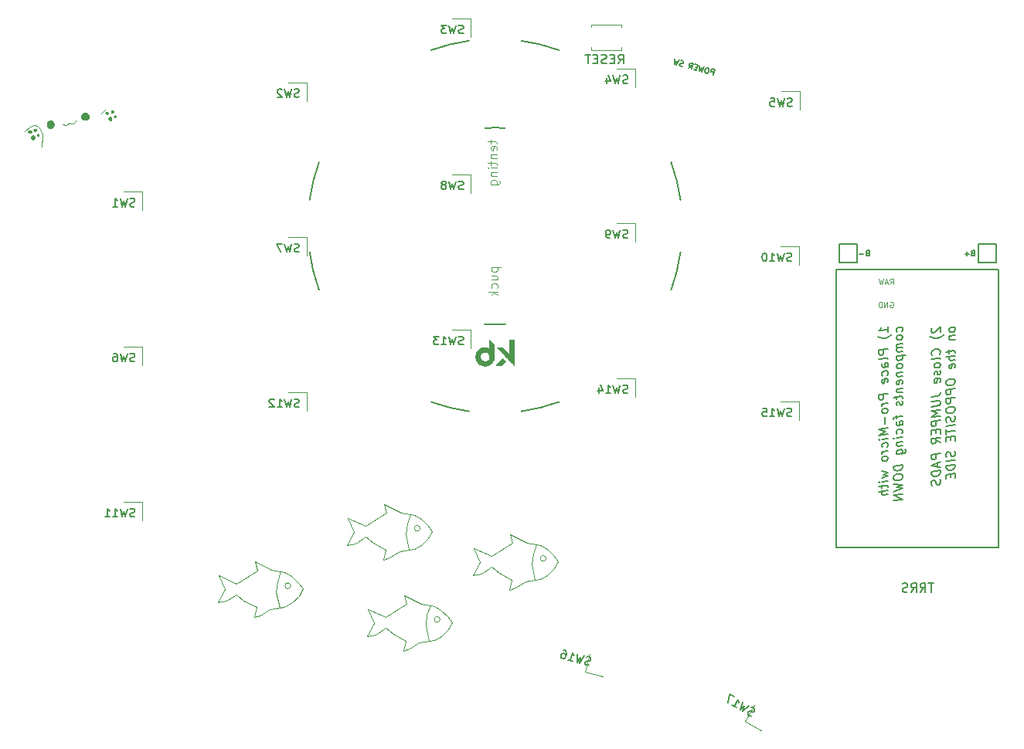
<source format=gbr>
%TF.GenerationSoftware,KiCad,Pcbnew,8.0.8*%
%TF.CreationDate,2025-03-18T19:26:01-05:00*%
%TF.ProjectId,half-swept,68616c66-2d73-4776-9570-742e6b696361,rev?*%
%TF.SameCoordinates,Original*%
%TF.FileFunction,Legend,Bot*%
%TF.FilePolarity,Positive*%
%FSLAX46Y46*%
G04 Gerber Fmt 4.6, Leading zero omitted, Abs format (unit mm)*
G04 Created by KiCad (PCBNEW 8.0.8) date 2025-03-18 19:26:01*
%MOMM*%
%LPD*%
G01*
G04 APERTURE LIST*
%ADD10C,0.120000*%
%ADD11C,0.150000*%
%ADD12C,0.160000*%
%ADD13C,0.100000*%
%ADD14C,0.200000*%
%ADD15C,0.010000*%
G04 APERTURE END LIST*
D10*
X74475000Y-77750000D02*
X74250000Y-76750000D01*
X77075000Y-77850000D02*
X76725000Y-78925000D01*
X78300000Y-81250000D02*
X77500000Y-81725000D01*
X74425000Y-81775000D02*
X73025000Y-81025000D01*
X70175000Y-81275000D02*
X70950000Y-79800000D01*
X79050000Y-80550000D02*
X78300000Y-81250000D01*
X76425000Y-81875000D02*
X75875000Y-81975000D01*
X70250000Y-78300000D02*
X72225000Y-79175000D01*
X74175000Y-82850000D02*
X74425000Y-81775000D01*
X79500000Y-79750000D02*
X79050000Y-80550000D01*
X70950000Y-79800000D02*
X70250000Y-78300000D01*
X76075000Y-77675000D02*
X77500000Y-77950000D01*
X72200000Y-80375000D02*
X71125000Y-81075000D01*
X73025000Y-81025000D02*
X72200000Y-80375000D01*
X71125000Y-81075000D02*
X70175000Y-81275000D01*
X72225000Y-79175000D02*
X74475000Y-77750000D01*
X76575000Y-80125000D02*
X76962500Y-81800000D01*
X77500000Y-81725000D02*
X76424998Y-81874991D01*
X78250000Y-78375000D02*
X78975000Y-79100000D01*
X78975000Y-79100000D02*
X79500000Y-79750000D01*
X74250000Y-76750000D02*
X76075000Y-77675000D01*
X78168198Y-79425000D02*
G75*
G02*
X77531802Y-79425000I-318198J0D01*
G01*
X77531802Y-79425000D02*
G75*
G02*
X78168198Y-79425000I318198J0D01*
G01*
X76725000Y-78925000D02*
X76575000Y-80125000D01*
X74850000Y-82650000D02*
X74175000Y-82850000D01*
X77500000Y-77950000D02*
X78250000Y-78375000D01*
X75875000Y-81975000D02*
X74850000Y-82650000D01*
X25600000Y-31900000D02*
X25750000Y-31850000D01*
X22450000Y-31975000D02*
X22775000Y-32350000D01*
X26550000Y-31600000D02*
X26600000Y-31525000D01*
X26200000Y-31775000D02*
X26325000Y-31775000D01*
X30775000Y-30350000D02*
X30775000Y-30500000D01*
X30725000Y-30525000D01*
X30650000Y-30550000D01*
X30525000Y-30525000D01*
X30500000Y-30425000D01*
X30525000Y-30325000D01*
X30625000Y-30275000D01*
X30725000Y-30275000D01*
X30775000Y-30350000D01*
G36*
X30775000Y-30350000D02*
G01*
X30775000Y-30500000D01*
X30725000Y-30525000D01*
X30650000Y-30550000D01*
X30525000Y-30525000D01*
X30500000Y-30425000D01*
X30525000Y-30325000D01*
X30625000Y-30275000D01*
X30725000Y-30275000D01*
X30775000Y-30350000D01*
G37*
X26400000Y-31725000D02*
X26500000Y-31650000D01*
X25750000Y-31850000D02*
X25825000Y-31800000D01*
X27775000Y-30575000D02*
X27950000Y-30650000D01*
X28075000Y-30825000D01*
X28075000Y-31075000D01*
X27975000Y-31225000D01*
X27850000Y-31325000D01*
X27600000Y-31350000D01*
X27475000Y-31350000D01*
X27325000Y-31250000D01*
X27275000Y-31100000D01*
X27250000Y-30875000D01*
X27325000Y-30700000D01*
X27550000Y-30550000D01*
X27775000Y-30575000D01*
G36*
X27775000Y-30575000D02*
G01*
X27950000Y-30650000D01*
X28075000Y-30825000D01*
X28075000Y-31075000D01*
X27975000Y-31225000D01*
X27850000Y-31325000D01*
X27600000Y-31350000D01*
X27475000Y-31350000D01*
X27325000Y-31250000D01*
X27275000Y-31100000D01*
X27250000Y-30875000D01*
X27325000Y-30700000D01*
X27550000Y-30550000D01*
X27775000Y-30575000D01*
G37*
X26000000Y-31725000D02*
X26100000Y-31775000D01*
X30550000Y-31050000D02*
X30575000Y-31225000D01*
X30500000Y-31425000D01*
X30325000Y-31425000D01*
X30250000Y-31350000D01*
X30225000Y-31175000D01*
X30300000Y-31025000D01*
X30400000Y-31000000D01*
X30550000Y-31050000D01*
G36*
X30550000Y-31050000D02*
G01*
X30575000Y-31225000D01*
X30500000Y-31425000D01*
X30325000Y-31425000D01*
X30250000Y-31350000D01*
X30225000Y-31175000D01*
X30300000Y-31025000D01*
X30400000Y-31000000D01*
X30550000Y-31050000D01*
G37*
X26600000Y-31525000D02*
X26625000Y-31400000D01*
X26100000Y-31775000D02*
X26200000Y-31775000D01*
X22100000Y-33075000D02*
X22150000Y-33275000D01*
X22100000Y-33450000D01*
X21925000Y-33550000D01*
X21825000Y-33475000D01*
X21750000Y-33325000D01*
X21775000Y-33125000D01*
X21900000Y-33025000D01*
X21925000Y-33025000D01*
X22100000Y-33075000D01*
G36*
X22100000Y-33075000D02*
G01*
X22150000Y-33275000D01*
X22100000Y-33450000D01*
X21925000Y-33550000D01*
X21825000Y-33475000D01*
X21750000Y-33325000D01*
X21775000Y-33125000D01*
X21900000Y-33025000D01*
X21925000Y-33025000D01*
X22100000Y-33075000D01*
G37*
X25450000Y-31925000D02*
X25600000Y-31900000D01*
X25825000Y-31800000D02*
X25900000Y-31675000D01*
X25300000Y-31850000D02*
X25450000Y-31925000D01*
X24100000Y-31500000D02*
X24200000Y-31625000D01*
X24275000Y-31825000D01*
X24100000Y-32175000D01*
X23900000Y-32250000D01*
X23700000Y-32225000D01*
X23600000Y-32150000D01*
X23525000Y-32075000D01*
X23475000Y-31950000D01*
X23475000Y-31750000D01*
X23500000Y-31600000D01*
X23650000Y-31450000D01*
X23750000Y-31425000D01*
X23950000Y-31425000D01*
X24100000Y-31500000D01*
G36*
X24100000Y-31500000D02*
G01*
X24200000Y-31625000D01*
X24275000Y-31825000D01*
X24100000Y-32175000D01*
X23900000Y-32250000D01*
X23700000Y-32225000D01*
X23600000Y-32150000D01*
X23525000Y-32075000D01*
X23475000Y-31950000D01*
X23475000Y-31750000D01*
X23500000Y-31600000D01*
X23650000Y-31450000D01*
X23750000Y-31425000D01*
X23950000Y-31425000D01*
X24100000Y-31500000D01*
G37*
X22600000Y-32950000D02*
X22575000Y-33075000D01*
X22475000Y-33100000D01*
X22400000Y-33075000D01*
X22375000Y-32975000D01*
X22400000Y-32900000D01*
X22500000Y-32850000D01*
X22600000Y-32950000D01*
G36*
X22600000Y-32950000D02*
G01*
X22575000Y-33075000D01*
X22475000Y-33100000D01*
X22400000Y-33075000D01*
X22375000Y-32975000D01*
X22400000Y-32900000D01*
X22500000Y-32850000D01*
X22600000Y-32950000D01*
G37*
X29950000Y-30150000D02*
X29475000Y-30600000D01*
X21675000Y-32050000D02*
X22075000Y-31875000D01*
X22900000Y-33925000D02*
X22875000Y-34250000D01*
X26325000Y-31775000D02*
X26400000Y-31725000D01*
X22975000Y-33425000D02*
X22900000Y-33925000D01*
X25900000Y-31675000D02*
X26000000Y-31725000D01*
X26500000Y-31650000D02*
X26550000Y-31600000D01*
X21725000Y-32525000D02*
X21775000Y-32625000D01*
X21750000Y-32750000D01*
X21575000Y-32800000D01*
X21450000Y-32725000D01*
X21400000Y-32625000D01*
X21475000Y-32525000D01*
X21500000Y-32500000D01*
X21725000Y-32525000D01*
G36*
X21725000Y-32525000D02*
G01*
X21775000Y-32625000D01*
X21750000Y-32750000D01*
X21575000Y-32800000D01*
X21450000Y-32725000D01*
X21400000Y-32625000D01*
X21475000Y-32525000D01*
X21500000Y-32500000D01*
X21725000Y-32525000D01*
G37*
X22075000Y-31875000D02*
X22450000Y-31975000D01*
X31025000Y-30900000D02*
X31050000Y-31000000D01*
X30950000Y-31075000D01*
X30850000Y-31050000D01*
X30825000Y-30950000D01*
X30850000Y-30875000D01*
X30925000Y-30825000D01*
X31025000Y-30900000D01*
G36*
X31025000Y-30900000D02*
G01*
X31050000Y-31000000D01*
X30950000Y-31075000D01*
X30850000Y-31050000D01*
X30825000Y-30950000D01*
X30850000Y-30875000D01*
X30925000Y-30825000D01*
X31025000Y-30900000D01*
G37*
X22775000Y-32350000D02*
X22975000Y-32925000D01*
X21075000Y-32625000D02*
X21675000Y-32050000D01*
X30225000Y-30550000D02*
X30225000Y-30650000D01*
X30075000Y-30700000D01*
X29925000Y-30650000D01*
X29875000Y-30525000D01*
X29925000Y-30450000D01*
X30075000Y-30450000D01*
X30225000Y-30550000D01*
G36*
X30225000Y-30550000D02*
G01*
X30225000Y-30650000D01*
X30075000Y-30700000D01*
X29925000Y-30650000D01*
X29875000Y-30525000D01*
X29925000Y-30450000D01*
X30075000Y-30450000D01*
X30225000Y-30550000D01*
G37*
X22300000Y-32375000D02*
X22300000Y-32525000D01*
X22225000Y-32600000D01*
X22100000Y-32600000D01*
X22050000Y-32525000D01*
X22025000Y-32425000D01*
X22125000Y-32325000D01*
X22225000Y-32325000D01*
X22300000Y-32375000D01*
G36*
X22300000Y-32375000D02*
G01*
X22300000Y-32525000D01*
X22225000Y-32600000D01*
X22100000Y-32600000D01*
X22050000Y-32525000D01*
X22025000Y-32425000D01*
X22125000Y-32325000D01*
X22225000Y-32325000D01*
X22300000Y-32375000D01*
G37*
X22975000Y-32925000D02*
X22975000Y-33425000D01*
X25225000Y-31800000D02*
X25300000Y-31850000D01*
X64462500Y-84362500D02*
X65887500Y-84637500D01*
X62562500Y-89537500D02*
X62812500Y-88462500D01*
X62812500Y-88462500D02*
X61412500Y-87712500D01*
X65887500Y-84637500D02*
X66637500Y-85062500D01*
X58637500Y-84987500D02*
X60612500Y-85862500D01*
X63237500Y-89337500D02*
X62562500Y-89537500D01*
X65112500Y-85612500D02*
X64962500Y-86812500D01*
X61412500Y-87712500D02*
X60587500Y-87062500D01*
X62862500Y-84437500D02*
X62637500Y-83437500D01*
X64962500Y-86812500D02*
X65350000Y-88487500D01*
X62637500Y-83437500D02*
X64462500Y-84362500D01*
X59337500Y-86487500D02*
X58637500Y-84987500D01*
X67362500Y-85787500D02*
X67887500Y-86437500D01*
X59512500Y-87762500D02*
X58562500Y-87962500D01*
X64262500Y-88662500D02*
X63237500Y-89337500D01*
X66687500Y-87937500D02*
X65887500Y-88412500D01*
X65887500Y-88412500D02*
X64812498Y-88562491D01*
X64812500Y-88562500D02*
X64262500Y-88662500D01*
X60587500Y-87062500D02*
X59512500Y-87762500D01*
X65462500Y-84537500D02*
X65112500Y-85612500D01*
X67887500Y-86437500D02*
X67437500Y-87237500D01*
X66637500Y-85062500D02*
X67362500Y-85787500D01*
X66555698Y-86112500D02*
G75*
G02*
X65919302Y-86112500I-318198J0D01*
G01*
X65919302Y-86112500D02*
G75*
G02*
X66555698Y-86112500I318198J0D01*
G01*
X67437500Y-87237500D02*
X66687500Y-87937500D01*
X58562500Y-87962500D02*
X59337500Y-86487500D01*
X60612500Y-85862500D02*
X62862500Y-84437500D01*
X62275000Y-74375000D02*
X63700000Y-74650000D01*
X60375000Y-79550000D02*
X60625000Y-78475000D01*
X60625000Y-78475000D02*
X59225000Y-77725000D01*
X63700000Y-74650000D02*
X64450000Y-75075000D01*
X56450000Y-75000000D02*
X58425000Y-75875000D01*
X61050000Y-79350000D02*
X60375000Y-79550000D01*
X62925000Y-75625000D02*
X62775000Y-76825000D01*
X59225000Y-77725000D02*
X58400000Y-77075000D01*
X60675000Y-74450000D02*
X60450000Y-73450000D01*
X62775000Y-76825000D02*
X63162500Y-78500000D01*
X60450000Y-73450000D02*
X62275000Y-74375000D01*
X57150000Y-76500000D02*
X56450000Y-75000000D01*
X65175000Y-75800000D02*
X65700000Y-76450000D01*
X57325000Y-77775000D02*
X56375000Y-77975000D01*
X62075000Y-78675000D02*
X61050000Y-79350000D01*
X64500000Y-77950000D02*
X63700000Y-78425000D01*
X63700000Y-78425000D02*
X62624998Y-78574991D01*
X62625000Y-78575000D02*
X62075000Y-78675000D01*
X58400000Y-77075000D02*
X57325000Y-77775000D01*
X63275000Y-74550000D02*
X62925000Y-75625000D01*
X65700000Y-76450000D02*
X65250000Y-77250000D01*
X64450000Y-75075000D02*
X65175000Y-75800000D01*
X64368198Y-76125000D02*
G75*
G02*
X63731802Y-76125000I-318198J0D01*
G01*
X63731802Y-76125000D02*
G75*
G02*
X64368198Y-76125000I318198J0D01*
G01*
X65250000Y-77250000D02*
X64500000Y-77950000D01*
X56375000Y-77975000D02*
X57150000Y-76500000D01*
X58425000Y-75875000D02*
X60675000Y-74450000D01*
X48100000Y-80675000D02*
X49525000Y-80950000D01*
X46200000Y-85850000D02*
X46450000Y-84775000D01*
X46450000Y-84775000D02*
X45050000Y-84025000D01*
X49525000Y-80950000D02*
X50275000Y-81375000D01*
X42275000Y-81300000D02*
X44250000Y-82175000D01*
X46875000Y-85650000D02*
X46200000Y-85850000D01*
X48750000Y-81925000D02*
X48600000Y-83125000D01*
X45050000Y-84025000D02*
X44225000Y-83375000D01*
X46500000Y-80750000D02*
X46275000Y-79750000D01*
X48600000Y-83125000D02*
X48987500Y-84800000D01*
X46275000Y-79750000D02*
X48100000Y-80675000D01*
X42975000Y-82800000D02*
X42275000Y-81300000D01*
X51000000Y-82100000D02*
X51525000Y-82750000D01*
X43150000Y-84075000D02*
X42200000Y-84275000D01*
X47900000Y-84975000D02*
X46875000Y-85650000D01*
X50325000Y-84250000D02*
X49525000Y-84725000D01*
X49525000Y-84725000D02*
X48449998Y-84874991D01*
X48450000Y-84875000D02*
X47900000Y-84975000D01*
X44225000Y-83375000D02*
X43150000Y-84075000D01*
X49100000Y-80850000D02*
X48750000Y-81925000D01*
X51525000Y-82750000D02*
X51075000Y-83550000D01*
X50275000Y-81375000D02*
X51000000Y-82100000D01*
X50193198Y-82425000D02*
G75*
G02*
X49556802Y-82425000I-318198J0D01*
G01*
X49556802Y-82425000D02*
G75*
G02*
X50193198Y-82425000I318198J0D01*
G01*
X51075000Y-83550000D02*
X50325000Y-84250000D01*
X42200000Y-84275000D02*
X42975000Y-82800000D01*
X44250000Y-82175000D02*
X46500000Y-80750000D01*
X115836308Y-49344131D02*
X116036308Y-49058417D01*
X116179165Y-49344131D02*
X116179165Y-48744131D01*
X116179165Y-48744131D02*
X115950594Y-48744131D01*
X115950594Y-48744131D02*
X115893451Y-48772702D01*
X115893451Y-48772702D02*
X115864880Y-48801274D01*
X115864880Y-48801274D02*
X115836308Y-48858417D01*
X115836308Y-48858417D02*
X115836308Y-48944131D01*
X115836308Y-48944131D02*
X115864880Y-49001274D01*
X115864880Y-49001274D02*
X115893451Y-49029845D01*
X115893451Y-49029845D02*
X115950594Y-49058417D01*
X115950594Y-49058417D02*
X116179165Y-49058417D01*
X115607737Y-49172702D02*
X115322023Y-49172702D01*
X115664880Y-49344131D02*
X115464880Y-48744131D01*
X115464880Y-48744131D02*
X115264880Y-49344131D01*
X115122022Y-48744131D02*
X114979165Y-49344131D01*
X114979165Y-49344131D02*
X114864879Y-48915560D01*
X114864879Y-48915560D02*
X114750594Y-49344131D01*
X114750594Y-49344131D02*
X114607737Y-48744131D01*
D11*
X113358570Y-45929485D02*
X113272856Y-45958057D01*
X113272856Y-45958057D02*
X113244285Y-45986628D01*
X113244285Y-45986628D02*
X113215713Y-46043771D01*
X113215713Y-46043771D02*
X113215713Y-46129485D01*
X113215713Y-46129485D02*
X113244285Y-46186628D01*
X113244285Y-46186628D02*
X113272856Y-46215200D01*
X113272856Y-46215200D02*
X113329999Y-46243771D01*
X113329999Y-46243771D02*
X113558570Y-46243771D01*
X113558570Y-46243771D02*
X113558570Y-45643771D01*
X113558570Y-45643771D02*
X113358570Y-45643771D01*
X113358570Y-45643771D02*
X113301428Y-45672342D01*
X113301428Y-45672342D02*
X113272856Y-45700914D01*
X113272856Y-45700914D02*
X113244285Y-45758057D01*
X113244285Y-45758057D02*
X113244285Y-45815200D01*
X113244285Y-45815200D02*
X113272856Y-45872342D01*
X113272856Y-45872342D02*
X113301428Y-45900914D01*
X113301428Y-45900914D02*
X113358570Y-45929485D01*
X113358570Y-45929485D02*
X113558570Y-45929485D01*
X112958570Y-46015200D02*
X112501428Y-46015200D01*
X120461885Y-54142703D02*
X120414266Y-54196274D01*
X120414266Y-54196274D02*
X120366647Y-54297464D01*
X120366647Y-54297464D02*
X120366647Y-54535560D01*
X120366647Y-54535560D02*
X120414266Y-54624845D01*
X120414266Y-54624845D02*
X120461885Y-54666512D01*
X120461885Y-54666512D02*
X120557123Y-54702226D01*
X120557123Y-54702226D02*
X120652361Y-54690322D01*
X120652361Y-54690322D02*
X120795218Y-54624845D01*
X120795218Y-54624845D02*
X121366647Y-53981988D01*
X121366647Y-53981988D02*
X121366647Y-54601036D01*
X121747599Y-54886750D02*
X121699980Y-54940322D01*
X121699980Y-54940322D02*
X121557123Y-55053417D01*
X121557123Y-55053417D02*
X121461885Y-55112941D01*
X121461885Y-55112941D02*
X121319028Y-55178417D01*
X121319028Y-55178417D02*
X121080932Y-55255798D01*
X121080932Y-55255798D02*
X120890456Y-55279607D01*
X120890456Y-55279607D02*
X120652361Y-55261750D01*
X120652361Y-55261750D02*
X120509504Y-55231988D01*
X120509504Y-55231988D02*
X120414266Y-55196274D01*
X120414266Y-55196274D02*
X120271408Y-55118893D01*
X120271408Y-55118893D02*
X120223789Y-55077226D01*
X121271408Y-57041513D02*
X121319028Y-56987941D01*
X121319028Y-56987941D02*
X121366647Y-56839132D01*
X121366647Y-56839132D02*
X121366647Y-56743894D01*
X121366647Y-56743894D02*
X121319028Y-56606989D01*
X121319028Y-56606989D02*
X121223789Y-56523656D01*
X121223789Y-56523656D02*
X121128551Y-56487941D01*
X121128551Y-56487941D02*
X120938075Y-56464132D01*
X120938075Y-56464132D02*
X120795218Y-56481989D01*
X120795218Y-56481989D02*
X120604742Y-56553417D01*
X120604742Y-56553417D02*
X120509504Y-56612941D01*
X120509504Y-56612941D02*
X120414266Y-56720084D01*
X120414266Y-56720084D02*
X120366647Y-56868894D01*
X120366647Y-56868894D02*
X120366647Y-56964132D01*
X120366647Y-56964132D02*
X120414266Y-57101037D01*
X120414266Y-57101037D02*
X120461885Y-57142703D01*
X121366647Y-57601037D02*
X121319028Y-57511751D01*
X121319028Y-57511751D02*
X121223789Y-57476037D01*
X121223789Y-57476037D02*
X120366647Y-57583179D01*
X121366647Y-58124847D02*
X121319028Y-58035561D01*
X121319028Y-58035561D02*
X121271408Y-57993894D01*
X121271408Y-57993894D02*
X121176170Y-57958180D01*
X121176170Y-57958180D02*
X120890456Y-57993894D01*
X120890456Y-57993894D02*
X120795218Y-58053418D01*
X120795218Y-58053418D02*
X120747599Y-58106989D01*
X120747599Y-58106989D02*
X120699980Y-58208180D01*
X120699980Y-58208180D02*
X120699980Y-58351037D01*
X120699980Y-58351037D02*
X120747599Y-58440323D01*
X120747599Y-58440323D02*
X120795218Y-58481989D01*
X120795218Y-58481989D02*
X120890456Y-58517704D01*
X120890456Y-58517704D02*
X121176170Y-58481989D01*
X121176170Y-58481989D02*
X121271408Y-58422466D01*
X121271408Y-58422466D02*
X121319028Y-58368894D01*
X121319028Y-58368894D02*
X121366647Y-58267704D01*
X121366647Y-58267704D02*
X121366647Y-58124847D01*
X121319028Y-58845085D02*
X121366647Y-58934370D01*
X121366647Y-58934370D02*
X121366647Y-59124847D01*
X121366647Y-59124847D02*
X121319028Y-59226037D01*
X121319028Y-59226037D02*
X121223789Y-59285561D01*
X121223789Y-59285561D02*
X121176170Y-59291513D01*
X121176170Y-59291513D02*
X121080932Y-59255799D01*
X121080932Y-59255799D02*
X121033313Y-59166513D01*
X121033313Y-59166513D02*
X121033313Y-59023656D01*
X121033313Y-59023656D02*
X120985694Y-58934370D01*
X120985694Y-58934370D02*
X120890456Y-58898656D01*
X120890456Y-58898656D02*
X120842837Y-58904609D01*
X120842837Y-58904609D02*
X120747599Y-58964132D01*
X120747599Y-58964132D02*
X120699980Y-59065323D01*
X120699980Y-59065323D02*
X120699980Y-59208180D01*
X120699980Y-59208180D02*
X120747599Y-59297466D01*
X121319028Y-60083180D02*
X121366647Y-59981990D01*
X121366647Y-59981990D02*
X121366647Y-59791513D01*
X121366647Y-59791513D02*
X121319028Y-59702228D01*
X121319028Y-59702228D02*
X121223789Y-59666513D01*
X121223789Y-59666513D02*
X120842837Y-59714133D01*
X120842837Y-59714133D02*
X120747599Y-59773656D01*
X120747599Y-59773656D02*
X120699980Y-59874847D01*
X120699980Y-59874847D02*
X120699980Y-60065323D01*
X120699980Y-60065323D02*
X120747599Y-60154609D01*
X120747599Y-60154609D02*
X120842837Y-60190323D01*
X120842837Y-60190323D02*
X120938075Y-60178418D01*
X120938075Y-60178418D02*
X121033313Y-59690323D01*
X120366647Y-61726038D02*
X121080932Y-61636752D01*
X121080932Y-61636752D02*
X121223789Y-61571276D01*
X121223789Y-61571276D02*
X121319028Y-61464133D01*
X121319028Y-61464133D02*
X121366647Y-61315323D01*
X121366647Y-61315323D02*
X121366647Y-61220085D01*
X120366647Y-62202228D02*
X121176170Y-62101038D01*
X121176170Y-62101038D02*
X121271408Y-62136752D01*
X121271408Y-62136752D02*
X121319028Y-62178419D01*
X121319028Y-62178419D02*
X121366647Y-62267705D01*
X121366647Y-62267705D02*
X121366647Y-62458181D01*
X121366647Y-62458181D02*
X121319028Y-62559371D01*
X121319028Y-62559371D02*
X121271408Y-62612943D01*
X121271408Y-62612943D02*
X121176170Y-62672466D01*
X121176170Y-62672466D02*
X120366647Y-62773657D01*
X121366647Y-63124847D02*
X120366647Y-63249847D01*
X120366647Y-63249847D02*
X121080932Y-63493895D01*
X121080932Y-63493895D02*
X120366647Y-63916514D01*
X120366647Y-63916514D02*
X121366647Y-63791514D01*
X121366647Y-64267704D02*
X120366647Y-64392704D01*
X120366647Y-64392704D02*
X120366647Y-64773657D01*
X120366647Y-64773657D02*
X120414266Y-64862942D01*
X120414266Y-64862942D02*
X120461885Y-64904609D01*
X120461885Y-64904609D02*
X120557123Y-64940323D01*
X120557123Y-64940323D02*
X120699980Y-64922466D01*
X120699980Y-64922466D02*
X120795218Y-64862942D01*
X120795218Y-64862942D02*
X120842837Y-64809371D01*
X120842837Y-64809371D02*
X120890456Y-64708181D01*
X120890456Y-64708181D02*
X120890456Y-64327228D01*
X120842837Y-65333181D02*
X120842837Y-65666514D01*
X121366647Y-65743895D02*
X121366647Y-65267704D01*
X121366647Y-65267704D02*
X120366647Y-65392704D01*
X120366647Y-65392704D02*
X120366647Y-65868895D01*
X121366647Y-66743895D02*
X120890456Y-66470085D01*
X121366647Y-66172466D02*
X120366647Y-66297466D01*
X120366647Y-66297466D02*
X120366647Y-66678419D01*
X120366647Y-66678419D02*
X120414266Y-66767704D01*
X120414266Y-66767704D02*
X120461885Y-66809371D01*
X120461885Y-66809371D02*
X120557123Y-66845085D01*
X120557123Y-66845085D02*
X120699980Y-66827228D01*
X120699980Y-66827228D02*
X120795218Y-66767704D01*
X120795218Y-66767704D02*
X120842837Y-66714133D01*
X120842837Y-66714133D02*
X120890456Y-66612943D01*
X120890456Y-66612943D02*
X120890456Y-66231990D01*
X121366647Y-67934371D02*
X120366647Y-68059371D01*
X120366647Y-68059371D02*
X120366647Y-68440324D01*
X120366647Y-68440324D02*
X120414266Y-68529609D01*
X120414266Y-68529609D02*
X120461885Y-68571276D01*
X120461885Y-68571276D02*
X120557123Y-68606990D01*
X120557123Y-68606990D02*
X120699980Y-68589133D01*
X120699980Y-68589133D02*
X120795218Y-68529609D01*
X120795218Y-68529609D02*
X120842837Y-68476038D01*
X120842837Y-68476038D02*
X120890456Y-68374848D01*
X120890456Y-68374848D02*
X120890456Y-67993895D01*
X121080932Y-68922467D02*
X121080932Y-69398657D01*
X121366647Y-68791514D02*
X120366647Y-69249848D01*
X120366647Y-69249848D02*
X121366647Y-69458181D01*
X121366647Y-69791514D02*
X120366647Y-69916514D01*
X120366647Y-69916514D02*
X120366647Y-70154610D01*
X120366647Y-70154610D02*
X120414266Y-70291514D01*
X120414266Y-70291514D02*
X120509504Y-70374848D01*
X120509504Y-70374848D02*
X120604742Y-70410562D01*
X120604742Y-70410562D02*
X120795218Y-70434372D01*
X120795218Y-70434372D02*
X120938075Y-70416514D01*
X120938075Y-70416514D02*
X121128551Y-70345086D01*
X121128551Y-70345086D02*
X121223789Y-70285562D01*
X121223789Y-70285562D02*
X121319028Y-70178419D01*
X121319028Y-70178419D02*
X121366647Y-70029610D01*
X121366647Y-70029610D02*
X121366647Y-69791514D01*
X121319028Y-70749848D02*
X121366647Y-70886752D01*
X121366647Y-70886752D02*
X121366647Y-71124848D01*
X121366647Y-71124848D02*
X121319028Y-71226038D01*
X121319028Y-71226038D02*
X121271408Y-71279610D01*
X121271408Y-71279610D02*
X121176170Y-71339133D01*
X121176170Y-71339133D02*
X121080932Y-71351038D01*
X121080932Y-71351038D02*
X120985694Y-71315324D01*
X120985694Y-71315324D02*
X120938075Y-71273657D01*
X120938075Y-71273657D02*
X120890456Y-71184372D01*
X120890456Y-71184372D02*
X120842837Y-70999848D01*
X120842837Y-70999848D02*
X120795218Y-70910562D01*
X120795218Y-70910562D02*
X120747599Y-70868895D01*
X120747599Y-70868895D02*
X120652361Y-70833181D01*
X120652361Y-70833181D02*
X120557123Y-70845086D01*
X120557123Y-70845086D02*
X120461885Y-70904610D01*
X120461885Y-70904610D02*
X120414266Y-70958181D01*
X120414266Y-70958181D02*
X120366647Y-71059372D01*
X120366647Y-71059372D02*
X120366647Y-71297467D01*
X120366647Y-71297467D02*
X120414266Y-71434372D01*
X122976591Y-54220084D02*
X122928972Y-54130798D01*
X122928972Y-54130798D02*
X122881352Y-54089131D01*
X122881352Y-54089131D02*
X122786114Y-54053417D01*
X122786114Y-54053417D02*
X122500400Y-54089131D01*
X122500400Y-54089131D02*
X122405162Y-54148655D01*
X122405162Y-54148655D02*
X122357543Y-54202226D01*
X122357543Y-54202226D02*
X122309924Y-54303417D01*
X122309924Y-54303417D02*
X122309924Y-54446274D01*
X122309924Y-54446274D02*
X122357543Y-54535560D01*
X122357543Y-54535560D02*
X122405162Y-54577226D01*
X122405162Y-54577226D02*
X122500400Y-54612941D01*
X122500400Y-54612941D02*
X122786114Y-54577226D01*
X122786114Y-54577226D02*
X122881352Y-54517703D01*
X122881352Y-54517703D02*
X122928972Y-54464131D01*
X122928972Y-54464131D02*
X122976591Y-54362941D01*
X122976591Y-54362941D02*
X122976591Y-54220084D01*
X122309924Y-55065322D02*
X122976591Y-54981988D01*
X122405162Y-55053417D02*
X122357543Y-55106988D01*
X122357543Y-55106988D02*
X122309924Y-55208179D01*
X122309924Y-55208179D02*
X122309924Y-55351036D01*
X122309924Y-55351036D02*
X122357543Y-55440322D01*
X122357543Y-55440322D02*
X122452781Y-55476036D01*
X122452781Y-55476036D02*
X122976591Y-55410560D01*
X122309924Y-56589132D02*
X122309924Y-56970084D01*
X121976591Y-56773655D02*
X122833733Y-56666513D01*
X122833733Y-56666513D02*
X122928972Y-56702227D01*
X122928972Y-56702227D02*
X122976591Y-56791513D01*
X122976591Y-56791513D02*
X122976591Y-56886751D01*
X122976591Y-57220084D02*
X121976591Y-57345084D01*
X122976591Y-57648656D02*
X122452781Y-57714132D01*
X122452781Y-57714132D02*
X122357543Y-57678418D01*
X122357543Y-57678418D02*
X122309924Y-57589132D01*
X122309924Y-57589132D02*
X122309924Y-57446275D01*
X122309924Y-57446275D02*
X122357543Y-57345084D01*
X122357543Y-57345084D02*
X122405162Y-57291513D01*
X122928972Y-58511751D02*
X122976591Y-58410561D01*
X122976591Y-58410561D02*
X122976591Y-58220084D01*
X122976591Y-58220084D02*
X122928972Y-58130799D01*
X122928972Y-58130799D02*
X122833733Y-58095084D01*
X122833733Y-58095084D02*
X122452781Y-58142704D01*
X122452781Y-58142704D02*
X122357543Y-58202227D01*
X122357543Y-58202227D02*
X122309924Y-58303418D01*
X122309924Y-58303418D02*
X122309924Y-58493894D01*
X122309924Y-58493894D02*
X122357543Y-58583180D01*
X122357543Y-58583180D02*
X122452781Y-58618894D01*
X122452781Y-58618894D02*
X122548019Y-58606989D01*
X122548019Y-58606989D02*
X122643257Y-58118894D01*
X121976591Y-60059371D02*
X121976591Y-60249847D01*
X121976591Y-60249847D02*
X122024210Y-60339132D01*
X122024210Y-60339132D02*
X122119448Y-60422466D01*
X122119448Y-60422466D02*
X122309924Y-60446275D01*
X122309924Y-60446275D02*
X122643257Y-60404609D01*
X122643257Y-60404609D02*
X122833733Y-60333180D01*
X122833733Y-60333180D02*
X122928972Y-60226037D01*
X122928972Y-60226037D02*
X122976591Y-60124847D01*
X122976591Y-60124847D02*
X122976591Y-59934371D01*
X122976591Y-59934371D02*
X122928972Y-59845085D01*
X122928972Y-59845085D02*
X122833733Y-59761752D01*
X122833733Y-59761752D02*
X122643257Y-59737942D01*
X122643257Y-59737942D02*
X122309924Y-59779609D01*
X122309924Y-59779609D02*
X122119448Y-59851037D01*
X122119448Y-59851037D02*
X122024210Y-59958180D01*
X122024210Y-59958180D02*
X121976591Y-60059371D01*
X122976591Y-60791513D02*
X121976591Y-60916513D01*
X121976591Y-60916513D02*
X121976591Y-61297466D01*
X121976591Y-61297466D02*
X122024210Y-61386751D01*
X122024210Y-61386751D02*
X122071829Y-61428418D01*
X122071829Y-61428418D02*
X122167067Y-61464132D01*
X122167067Y-61464132D02*
X122309924Y-61446275D01*
X122309924Y-61446275D02*
X122405162Y-61386751D01*
X122405162Y-61386751D02*
X122452781Y-61333180D01*
X122452781Y-61333180D02*
X122500400Y-61231990D01*
X122500400Y-61231990D02*
X122500400Y-60851037D01*
X122976591Y-61791513D02*
X121976591Y-61916513D01*
X121976591Y-61916513D02*
X121976591Y-62297466D01*
X121976591Y-62297466D02*
X122024210Y-62386751D01*
X122024210Y-62386751D02*
X122071829Y-62428418D01*
X122071829Y-62428418D02*
X122167067Y-62464132D01*
X122167067Y-62464132D02*
X122309924Y-62446275D01*
X122309924Y-62446275D02*
X122405162Y-62386751D01*
X122405162Y-62386751D02*
X122452781Y-62333180D01*
X122452781Y-62333180D02*
X122500400Y-62231990D01*
X122500400Y-62231990D02*
X122500400Y-61851037D01*
X121976591Y-63106990D02*
X121976591Y-63297466D01*
X121976591Y-63297466D02*
X122024210Y-63386751D01*
X122024210Y-63386751D02*
X122119448Y-63470085D01*
X122119448Y-63470085D02*
X122309924Y-63493894D01*
X122309924Y-63493894D02*
X122643257Y-63452228D01*
X122643257Y-63452228D02*
X122833733Y-63380799D01*
X122833733Y-63380799D02*
X122928972Y-63273656D01*
X122928972Y-63273656D02*
X122976591Y-63172466D01*
X122976591Y-63172466D02*
X122976591Y-62981990D01*
X122976591Y-62981990D02*
X122928972Y-62892704D01*
X122928972Y-62892704D02*
X122833733Y-62809371D01*
X122833733Y-62809371D02*
X122643257Y-62785561D01*
X122643257Y-62785561D02*
X122309924Y-62827228D01*
X122309924Y-62827228D02*
X122119448Y-62898656D01*
X122119448Y-62898656D02*
X122024210Y-63005799D01*
X122024210Y-63005799D02*
X121976591Y-63106990D01*
X122928972Y-63797466D02*
X122976591Y-63934370D01*
X122976591Y-63934370D02*
X122976591Y-64172466D01*
X122976591Y-64172466D02*
X122928972Y-64273656D01*
X122928972Y-64273656D02*
X122881352Y-64327228D01*
X122881352Y-64327228D02*
X122786114Y-64386751D01*
X122786114Y-64386751D02*
X122690876Y-64398656D01*
X122690876Y-64398656D02*
X122595638Y-64362942D01*
X122595638Y-64362942D02*
X122548019Y-64321275D01*
X122548019Y-64321275D02*
X122500400Y-64231990D01*
X122500400Y-64231990D02*
X122452781Y-64047466D01*
X122452781Y-64047466D02*
X122405162Y-63958180D01*
X122405162Y-63958180D02*
X122357543Y-63916513D01*
X122357543Y-63916513D02*
X122262305Y-63880799D01*
X122262305Y-63880799D02*
X122167067Y-63892704D01*
X122167067Y-63892704D02*
X122071829Y-63952228D01*
X122071829Y-63952228D02*
X122024210Y-64005799D01*
X122024210Y-64005799D02*
X121976591Y-64106990D01*
X121976591Y-64106990D02*
X121976591Y-64345085D01*
X121976591Y-64345085D02*
X122024210Y-64481990D01*
X122976591Y-64791513D02*
X121976591Y-64916513D01*
X121976591Y-65249846D02*
X121976591Y-65821275D01*
X122976591Y-65410561D02*
X121976591Y-65535561D01*
X122452781Y-66095085D02*
X122452781Y-66428418D01*
X122976591Y-66505799D02*
X122976591Y-66029608D01*
X122976591Y-66029608D02*
X121976591Y-66154608D01*
X121976591Y-66154608D02*
X121976591Y-66630799D01*
X122928972Y-67654609D02*
X122976591Y-67791513D01*
X122976591Y-67791513D02*
X122976591Y-68029609D01*
X122976591Y-68029609D02*
X122928972Y-68130799D01*
X122928972Y-68130799D02*
X122881352Y-68184371D01*
X122881352Y-68184371D02*
X122786114Y-68243894D01*
X122786114Y-68243894D02*
X122690876Y-68255799D01*
X122690876Y-68255799D02*
X122595638Y-68220085D01*
X122595638Y-68220085D02*
X122548019Y-68178418D01*
X122548019Y-68178418D02*
X122500400Y-68089133D01*
X122500400Y-68089133D02*
X122452781Y-67904609D01*
X122452781Y-67904609D02*
X122405162Y-67815323D01*
X122405162Y-67815323D02*
X122357543Y-67773656D01*
X122357543Y-67773656D02*
X122262305Y-67737942D01*
X122262305Y-67737942D02*
X122167067Y-67749847D01*
X122167067Y-67749847D02*
X122071829Y-67809371D01*
X122071829Y-67809371D02*
X122024210Y-67862942D01*
X122024210Y-67862942D02*
X121976591Y-67964133D01*
X121976591Y-67964133D02*
X121976591Y-68202228D01*
X121976591Y-68202228D02*
X122024210Y-68339133D01*
X122976591Y-68648656D02*
X121976591Y-68773656D01*
X122976591Y-69124846D02*
X121976591Y-69249846D01*
X121976591Y-69249846D02*
X121976591Y-69487942D01*
X121976591Y-69487942D02*
X122024210Y-69624846D01*
X122024210Y-69624846D02*
X122119448Y-69708180D01*
X122119448Y-69708180D02*
X122214686Y-69743894D01*
X122214686Y-69743894D02*
X122405162Y-69767704D01*
X122405162Y-69767704D02*
X122548019Y-69749846D01*
X122548019Y-69749846D02*
X122738495Y-69678418D01*
X122738495Y-69678418D02*
X122833733Y-69618894D01*
X122833733Y-69618894D02*
X122928972Y-69511751D01*
X122928972Y-69511751D02*
X122976591Y-69362942D01*
X122976591Y-69362942D02*
X122976591Y-69124846D01*
X122452781Y-70190323D02*
X122452781Y-70523656D01*
X122976591Y-70601037D02*
X122976591Y-70124846D01*
X122976591Y-70124846D02*
X121976591Y-70249846D01*
X121976591Y-70249846D02*
X121976591Y-70726037D01*
D10*
X115864880Y-51312702D02*
X115922023Y-51284131D01*
X115922023Y-51284131D02*
X116007737Y-51284131D01*
X116007737Y-51284131D02*
X116093451Y-51312702D01*
X116093451Y-51312702D02*
X116150594Y-51369845D01*
X116150594Y-51369845D02*
X116179165Y-51426988D01*
X116179165Y-51426988D02*
X116207737Y-51541274D01*
X116207737Y-51541274D02*
X116207737Y-51626988D01*
X116207737Y-51626988D02*
X116179165Y-51741274D01*
X116179165Y-51741274D02*
X116150594Y-51798417D01*
X116150594Y-51798417D02*
X116093451Y-51855560D01*
X116093451Y-51855560D02*
X116007737Y-51884131D01*
X116007737Y-51884131D02*
X115950594Y-51884131D01*
X115950594Y-51884131D02*
X115864880Y-51855560D01*
X115864880Y-51855560D02*
X115836308Y-51826988D01*
X115836308Y-51826988D02*
X115836308Y-51626988D01*
X115836308Y-51626988D02*
X115950594Y-51626988D01*
X115579165Y-51884131D02*
X115579165Y-51284131D01*
X115579165Y-51284131D02*
X115236308Y-51884131D01*
X115236308Y-51884131D02*
X115236308Y-51284131D01*
X114950594Y-51884131D02*
X114950594Y-51284131D01*
X114950594Y-51284131D02*
X114807737Y-51284131D01*
X114807737Y-51284131D02*
X114722023Y-51312702D01*
X114722023Y-51312702D02*
X114664880Y-51369845D01*
X114664880Y-51369845D02*
X114636309Y-51426988D01*
X114636309Y-51426988D02*
X114607737Y-51541274D01*
X114607737Y-51541274D02*
X114607737Y-51626988D01*
X114607737Y-51626988D02*
X114636309Y-51741274D01*
X114636309Y-51741274D02*
X114664880Y-51798417D01*
X114664880Y-51798417D02*
X114722023Y-51855560D01*
X114722023Y-51855560D02*
X114807737Y-51884131D01*
X114807737Y-51884131D02*
X114950594Y-51884131D01*
D11*
X115626247Y-54601036D02*
X115626247Y-54029607D01*
X115626247Y-54315322D02*
X114626247Y-54440322D01*
X114626247Y-54440322D02*
X114769104Y-54327226D01*
X114769104Y-54327226D02*
X114864342Y-54220084D01*
X114864342Y-54220084D02*
X114911961Y-54118893D01*
X116007199Y-54886750D02*
X115959580Y-54940322D01*
X115959580Y-54940322D02*
X115816723Y-55053417D01*
X115816723Y-55053417D02*
X115721485Y-55112941D01*
X115721485Y-55112941D02*
X115578628Y-55178417D01*
X115578628Y-55178417D02*
X115340532Y-55255798D01*
X115340532Y-55255798D02*
X115150056Y-55279607D01*
X115150056Y-55279607D02*
X114911961Y-55261750D01*
X114911961Y-55261750D02*
X114769104Y-55231988D01*
X114769104Y-55231988D02*
X114673866Y-55196274D01*
X114673866Y-55196274D02*
X114531008Y-55118893D01*
X114531008Y-55118893D02*
X114483389Y-55077226D01*
X115626247Y-56458179D02*
X114626247Y-56583179D01*
X114626247Y-56583179D02*
X114626247Y-56964132D01*
X114626247Y-56964132D02*
X114673866Y-57053417D01*
X114673866Y-57053417D02*
X114721485Y-57095084D01*
X114721485Y-57095084D02*
X114816723Y-57130798D01*
X114816723Y-57130798D02*
X114959580Y-57112941D01*
X114959580Y-57112941D02*
X115054818Y-57053417D01*
X115054818Y-57053417D02*
X115102437Y-56999846D01*
X115102437Y-56999846D02*
X115150056Y-56898656D01*
X115150056Y-56898656D02*
X115150056Y-56517703D01*
X115626247Y-57601037D02*
X115578628Y-57511751D01*
X115578628Y-57511751D02*
X115483389Y-57476037D01*
X115483389Y-57476037D02*
X114626247Y-57583179D01*
X115626247Y-58410561D02*
X115102437Y-58476037D01*
X115102437Y-58476037D02*
X115007199Y-58440323D01*
X115007199Y-58440323D02*
X114959580Y-58351037D01*
X114959580Y-58351037D02*
X114959580Y-58160561D01*
X114959580Y-58160561D02*
X115007199Y-58059370D01*
X115578628Y-58416513D02*
X115626247Y-58315323D01*
X115626247Y-58315323D02*
X115626247Y-58077227D01*
X115626247Y-58077227D02*
X115578628Y-57987942D01*
X115578628Y-57987942D02*
X115483389Y-57952227D01*
X115483389Y-57952227D02*
X115388151Y-57964132D01*
X115388151Y-57964132D02*
X115292913Y-58023656D01*
X115292913Y-58023656D02*
X115245294Y-58124847D01*
X115245294Y-58124847D02*
X115245294Y-58362942D01*
X115245294Y-58362942D02*
X115197675Y-58464132D01*
X115578628Y-59321275D02*
X115626247Y-59220085D01*
X115626247Y-59220085D02*
X115626247Y-59029609D01*
X115626247Y-59029609D02*
X115578628Y-58940323D01*
X115578628Y-58940323D02*
X115531008Y-58898656D01*
X115531008Y-58898656D02*
X115435770Y-58862942D01*
X115435770Y-58862942D02*
X115150056Y-58898656D01*
X115150056Y-58898656D02*
X115054818Y-58958180D01*
X115054818Y-58958180D02*
X115007199Y-59011751D01*
X115007199Y-59011751D02*
X114959580Y-59112942D01*
X114959580Y-59112942D02*
X114959580Y-59303418D01*
X114959580Y-59303418D02*
X115007199Y-59392704D01*
X115578628Y-60130799D02*
X115626247Y-60029609D01*
X115626247Y-60029609D02*
X115626247Y-59839132D01*
X115626247Y-59839132D02*
X115578628Y-59749847D01*
X115578628Y-59749847D02*
X115483389Y-59714132D01*
X115483389Y-59714132D02*
X115102437Y-59761752D01*
X115102437Y-59761752D02*
X115007199Y-59821275D01*
X115007199Y-59821275D02*
X114959580Y-59922466D01*
X114959580Y-59922466D02*
X114959580Y-60112942D01*
X114959580Y-60112942D02*
X115007199Y-60202228D01*
X115007199Y-60202228D02*
X115102437Y-60237942D01*
X115102437Y-60237942D02*
X115197675Y-60226037D01*
X115197675Y-60226037D02*
X115292913Y-59737942D01*
X115626247Y-61362942D02*
X114626247Y-61487942D01*
X114626247Y-61487942D02*
X114626247Y-61868895D01*
X114626247Y-61868895D02*
X114673866Y-61958180D01*
X114673866Y-61958180D02*
X114721485Y-61999847D01*
X114721485Y-61999847D02*
X114816723Y-62035561D01*
X114816723Y-62035561D02*
X114959580Y-62017704D01*
X114959580Y-62017704D02*
X115054818Y-61958180D01*
X115054818Y-61958180D02*
X115102437Y-61904609D01*
X115102437Y-61904609D02*
X115150056Y-61803419D01*
X115150056Y-61803419D02*
X115150056Y-61422466D01*
X115626247Y-62362942D02*
X114959580Y-62446276D01*
X115150056Y-62422466D02*
X115054818Y-62481990D01*
X115054818Y-62481990D02*
X115007199Y-62535561D01*
X115007199Y-62535561D02*
X114959580Y-62636752D01*
X114959580Y-62636752D02*
X114959580Y-62731990D01*
X115626247Y-63124848D02*
X115578628Y-63035562D01*
X115578628Y-63035562D02*
X115531008Y-62993895D01*
X115531008Y-62993895D02*
X115435770Y-62958181D01*
X115435770Y-62958181D02*
X115150056Y-62993895D01*
X115150056Y-62993895D02*
X115054818Y-63053419D01*
X115054818Y-63053419D02*
X115007199Y-63106990D01*
X115007199Y-63106990D02*
X114959580Y-63208181D01*
X114959580Y-63208181D02*
X114959580Y-63351038D01*
X114959580Y-63351038D02*
X115007199Y-63440324D01*
X115007199Y-63440324D02*
X115054818Y-63481990D01*
X115054818Y-63481990D02*
X115150056Y-63517705D01*
X115150056Y-63517705D02*
X115435770Y-63481990D01*
X115435770Y-63481990D02*
X115531008Y-63422467D01*
X115531008Y-63422467D02*
X115578628Y-63368895D01*
X115578628Y-63368895D02*
X115626247Y-63267705D01*
X115626247Y-63267705D02*
X115626247Y-63124848D01*
X115245294Y-63934371D02*
X115245294Y-64696276D01*
X115626247Y-65124847D02*
X114626247Y-65249847D01*
X114626247Y-65249847D02*
X115340532Y-65493895D01*
X115340532Y-65493895D02*
X114626247Y-65916514D01*
X114626247Y-65916514D02*
X115626247Y-65791514D01*
X115626247Y-66267704D02*
X114959580Y-66351038D01*
X114626247Y-66392704D02*
X114673866Y-66339133D01*
X114673866Y-66339133D02*
X114721485Y-66380800D01*
X114721485Y-66380800D02*
X114673866Y-66434371D01*
X114673866Y-66434371D02*
X114626247Y-66392704D01*
X114626247Y-66392704D02*
X114721485Y-66380800D01*
X115578628Y-67178418D02*
X115626247Y-67077228D01*
X115626247Y-67077228D02*
X115626247Y-66886752D01*
X115626247Y-66886752D02*
X115578628Y-66797466D01*
X115578628Y-66797466D02*
X115531008Y-66755799D01*
X115531008Y-66755799D02*
X115435770Y-66720085D01*
X115435770Y-66720085D02*
X115150056Y-66755799D01*
X115150056Y-66755799D02*
X115054818Y-66815323D01*
X115054818Y-66815323D02*
X115007199Y-66868894D01*
X115007199Y-66868894D02*
X114959580Y-66970085D01*
X114959580Y-66970085D02*
X114959580Y-67160561D01*
X114959580Y-67160561D02*
X115007199Y-67249847D01*
X115626247Y-67601037D02*
X114959580Y-67684371D01*
X115150056Y-67660561D02*
X115054818Y-67720085D01*
X115054818Y-67720085D02*
X115007199Y-67773656D01*
X115007199Y-67773656D02*
X114959580Y-67874847D01*
X114959580Y-67874847D02*
X114959580Y-67970085D01*
X115626247Y-68362943D02*
X115578628Y-68273657D01*
X115578628Y-68273657D02*
X115531008Y-68231990D01*
X115531008Y-68231990D02*
X115435770Y-68196276D01*
X115435770Y-68196276D02*
X115150056Y-68231990D01*
X115150056Y-68231990D02*
X115054818Y-68291514D01*
X115054818Y-68291514D02*
X115007199Y-68345085D01*
X115007199Y-68345085D02*
X114959580Y-68446276D01*
X114959580Y-68446276D02*
X114959580Y-68589133D01*
X114959580Y-68589133D02*
X115007199Y-68678419D01*
X115007199Y-68678419D02*
X115054818Y-68720085D01*
X115054818Y-68720085D02*
X115150056Y-68755800D01*
X115150056Y-68755800D02*
X115435770Y-68720085D01*
X115435770Y-68720085D02*
X115531008Y-68660562D01*
X115531008Y-68660562D02*
X115578628Y-68606990D01*
X115578628Y-68606990D02*
X115626247Y-68505800D01*
X115626247Y-68505800D02*
X115626247Y-68362943D01*
X114959580Y-69874848D02*
X115626247Y-69981990D01*
X115626247Y-69981990D02*
X115150056Y-70231990D01*
X115150056Y-70231990D02*
X115626247Y-70362943D01*
X115626247Y-70362943D02*
X114959580Y-70636752D01*
X115626247Y-70934371D02*
X114959580Y-71017705D01*
X114626247Y-71059371D02*
X114673866Y-71005800D01*
X114673866Y-71005800D02*
X114721485Y-71047467D01*
X114721485Y-71047467D02*
X114673866Y-71101038D01*
X114673866Y-71101038D02*
X114626247Y-71059371D01*
X114626247Y-71059371D02*
X114721485Y-71047467D01*
X114959580Y-71351038D02*
X114959580Y-71731990D01*
X114626247Y-71535561D02*
X115483389Y-71428419D01*
X115483389Y-71428419D02*
X115578628Y-71464133D01*
X115578628Y-71464133D02*
X115626247Y-71553419D01*
X115626247Y-71553419D02*
X115626247Y-71648657D01*
X115626247Y-71981990D02*
X114626247Y-72106990D01*
X115626247Y-72410562D02*
X115102437Y-72476038D01*
X115102437Y-72476038D02*
X115007199Y-72440324D01*
X115007199Y-72440324D02*
X114959580Y-72351038D01*
X114959580Y-72351038D02*
X114959580Y-72208181D01*
X114959580Y-72208181D02*
X115007199Y-72106990D01*
X115007199Y-72106990D02*
X115054818Y-72053419D01*
X117188572Y-54511750D02*
X117236191Y-54410560D01*
X117236191Y-54410560D02*
X117236191Y-54220084D01*
X117236191Y-54220084D02*
X117188572Y-54130798D01*
X117188572Y-54130798D02*
X117140952Y-54089131D01*
X117140952Y-54089131D02*
X117045714Y-54053417D01*
X117045714Y-54053417D02*
X116760000Y-54089131D01*
X116760000Y-54089131D02*
X116664762Y-54148655D01*
X116664762Y-54148655D02*
X116617143Y-54202226D01*
X116617143Y-54202226D02*
X116569524Y-54303417D01*
X116569524Y-54303417D02*
X116569524Y-54493893D01*
X116569524Y-54493893D02*
X116617143Y-54583179D01*
X117236191Y-55077227D02*
X117188572Y-54987941D01*
X117188572Y-54987941D02*
X117140952Y-54946274D01*
X117140952Y-54946274D02*
X117045714Y-54910560D01*
X117045714Y-54910560D02*
X116760000Y-54946274D01*
X116760000Y-54946274D02*
X116664762Y-55005798D01*
X116664762Y-55005798D02*
X116617143Y-55059369D01*
X116617143Y-55059369D02*
X116569524Y-55160560D01*
X116569524Y-55160560D02*
X116569524Y-55303417D01*
X116569524Y-55303417D02*
X116617143Y-55392703D01*
X116617143Y-55392703D02*
X116664762Y-55434369D01*
X116664762Y-55434369D02*
X116760000Y-55470084D01*
X116760000Y-55470084D02*
X117045714Y-55434369D01*
X117045714Y-55434369D02*
X117140952Y-55374846D01*
X117140952Y-55374846D02*
X117188572Y-55321274D01*
X117188572Y-55321274D02*
X117236191Y-55220084D01*
X117236191Y-55220084D02*
X117236191Y-55077227D01*
X117236191Y-55839131D02*
X116569524Y-55922465D01*
X116664762Y-55910560D02*
X116617143Y-55964131D01*
X116617143Y-55964131D02*
X116569524Y-56065322D01*
X116569524Y-56065322D02*
X116569524Y-56208179D01*
X116569524Y-56208179D02*
X116617143Y-56297465D01*
X116617143Y-56297465D02*
X116712381Y-56333179D01*
X116712381Y-56333179D02*
X117236191Y-56267703D01*
X116712381Y-56333179D02*
X116617143Y-56392703D01*
X116617143Y-56392703D02*
X116569524Y-56493893D01*
X116569524Y-56493893D02*
X116569524Y-56636750D01*
X116569524Y-56636750D02*
X116617143Y-56726036D01*
X116617143Y-56726036D02*
X116712381Y-56761750D01*
X116712381Y-56761750D02*
X117236191Y-56696274D01*
X116569524Y-57255798D02*
X117569524Y-57130798D01*
X116617143Y-57249845D02*
X116569524Y-57351036D01*
X116569524Y-57351036D02*
X116569524Y-57541512D01*
X116569524Y-57541512D02*
X116617143Y-57630798D01*
X116617143Y-57630798D02*
X116664762Y-57672464D01*
X116664762Y-57672464D02*
X116760000Y-57708179D01*
X116760000Y-57708179D02*
X117045714Y-57672464D01*
X117045714Y-57672464D02*
X117140952Y-57612941D01*
X117140952Y-57612941D02*
X117188572Y-57559369D01*
X117188572Y-57559369D02*
X117236191Y-57458179D01*
X117236191Y-57458179D02*
X117236191Y-57267702D01*
X117236191Y-57267702D02*
X117188572Y-57178417D01*
X117236191Y-58220084D02*
X117188572Y-58130798D01*
X117188572Y-58130798D02*
X117140952Y-58089131D01*
X117140952Y-58089131D02*
X117045714Y-58053417D01*
X117045714Y-58053417D02*
X116760000Y-58089131D01*
X116760000Y-58089131D02*
X116664762Y-58148655D01*
X116664762Y-58148655D02*
X116617143Y-58202226D01*
X116617143Y-58202226D02*
X116569524Y-58303417D01*
X116569524Y-58303417D02*
X116569524Y-58446274D01*
X116569524Y-58446274D02*
X116617143Y-58535560D01*
X116617143Y-58535560D02*
X116664762Y-58577226D01*
X116664762Y-58577226D02*
X116760000Y-58612941D01*
X116760000Y-58612941D02*
X117045714Y-58577226D01*
X117045714Y-58577226D02*
X117140952Y-58517703D01*
X117140952Y-58517703D02*
X117188572Y-58464131D01*
X117188572Y-58464131D02*
X117236191Y-58362941D01*
X117236191Y-58362941D02*
X117236191Y-58220084D01*
X116569524Y-59065322D02*
X117236191Y-58981988D01*
X116664762Y-59053417D02*
X116617143Y-59106988D01*
X116617143Y-59106988D02*
X116569524Y-59208179D01*
X116569524Y-59208179D02*
X116569524Y-59351036D01*
X116569524Y-59351036D02*
X116617143Y-59440322D01*
X116617143Y-59440322D02*
X116712381Y-59476036D01*
X116712381Y-59476036D02*
X117236191Y-59410560D01*
X117188572Y-60273655D02*
X117236191Y-60172465D01*
X117236191Y-60172465D02*
X117236191Y-59981988D01*
X117236191Y-59981988D02*
X117188572Y-59892703D01*
X117188572Y-59892703D02*
X117093333Y-59856988D01*
X117093333Y-59856988D02*
X116712381Y-59904608D01*
X116712381Y-59904608D02*
X116617143Y-59964131D01*
X116617143Y-59964131D02*
X116569524Y-60065322D01*
X116569524Y-60065322D02*
X116569524Y-60255798D01*
X116569524Y-60255798D02*
X116617143Y-60345084D01*
X116617143Y-60345084D02*
X116712381Y-60380798D01*
X116712381Y-60380798D02*
X116807619Y-60368893D01*
X116807619Y-60368893D02*
X116902857Y-59880798D01*
X116569524Y-60827227D02*
X117236191Y-60743893D01*
X116664762Y-60815322D02*
X116617143Y-60868893D01*
X116617143Y-60868893D02*
X116569524Y-60970084D01*
X116569524Y-60970084D02*
X116569524Y-61112941D01*
X116569524Y-61112941D02*
X116617143Y-61202227D01*
X116617143Y-61202227D02*
X116712381Y-61237941D01*
X116712381Y-61237941D02*
X117236191Y-61172465D01*
X116569524Y-61589132D02*
X116569524Y-61970084D01*
X116236191Y-61773655D02*
X117093333Y-61666513D01*
X117093333Y-61666513D02*
X117188572Y-61702227D01*
X117188572Y-61702227D02*
X117236191Y-61791513D01*
X117236191Y-61791513D02*
X117236191Y-61886751D01*
X117188572Y-62178418D02*
X117236191Y-62267703D01*
X117236191Y-62267703D02*
X117236191Y-62458180D01*
X117236191Y-62458180D02*
X117188572Y-62559370D01*
X117188572Y-62559370D02*
X117093333Y-62618894D01*
X117093333Y-62618894D02*
X117045714Y-62624846D01*
X117045714Y-62624846D02*
X116950476Y-62589132D01*
X116950476Y-62589132D02*
X116902857Y-62499846D01*
X116902857Y-62499846D02*
X116902857Y-62356989D01*
X116902857Y-62356989D02*
X116855238Y-62267703D01*
X116855238Y-62267703D02*
X116760000Y-62231989D01*
X116760000Y-62231989D02*
X116712381Y-62237942D01*
X116712381Y-62237942D02*
X116617143Y-62297465D01*
X116617143Y-62297465D02*
X116569524Y-62398656D01*
X116569524Y-62398656D02*
X116569524Y-62541513D01*
X116569524Y-62541513D02*
X116617143Y-62630799D01*
X116569524Y-63731990D02*
X116569524Y-64112942D01*
X117236191Y-63791513D02*
X116379048Y-63898656D01*
X116379048Y-63898656D02*
X116283810Y-63958180D01*
X116283810Y-63958180D02*
X116236191Y-64059371D01*
X116236191Y-64059371D02*
X116236191Y-64154609D01*
X117236191Y-64791514D02*
X116712381Y-64856990D01*
X116712381Y-64856990D02*
X116617143Y-64821276D01*
X116617143Y-64821276D02*
X116569524Y-64731990D01*
X116569524Y-64731990D02*
X116569524Y-64541514D01*
X116569524Y-64541514D02*
X116617143Y-64440323D01*
X117188572Y-64797466D02*
X117236191Y-64696276D01*
X117236191Y-64696276D02*
X117236191Y-64458180D01*
X117236191Y-64458180D02*
X117188572Y-64368895D01*
X117188572Y-64368895D02*
X117093333Y-64333180D01*
X117093333Y-64333180D02*
X116998095Y-64345085D01*
X116998095Y-64345085D02*
X116902857Y-64404609D01*
X116902857Y-64404609D02*
X116855238Y-64505800D01*
X116855238Y-64505800D02*
X116855238Y-64743895D01*
X116855238Y-64743895D02*
X116807619Y-64845085D01*
X117188572Y-65702228D02*
X117236191Y-65601038D01*
X117236191Y-65601038D02*
X117236191Y-65410562D01*
X117236191Y-65410562D02*
X117188572Y-65321276D01*
X117188572Y-65321276D02*
X117140952Y-65279609D01*
X117140952Y-65279609D02*
X117045714Y-65243895D01*
X117045714Y-65243895D02*
X116760000Y-65279609D01*
X116760000Y-65279609D02*
X116664762Y-65339133D01*
X116664762Y-65339133D02*
X116617143Y-65392704D01*
X116617143Y-65392704D02*
X116569524Y-65493895D01*
X116569524Y-65493895D02*
X116569524Y-65684371D01*
X116569524Y-65684371D02*
X116617143Y-65773657D01*
X117236191Y-66124847D02*
X116569524Y-66208181D01*
X116236191Y-66249847D02*
X116283810Y-66196276D01*
X116283810Y-66196276D02*
X116331429Y-66237943D01*
X116331429Y-66237943D02*
X116283810Y-66291514D01*
X116283810Y-66291514D02*
X116236191Y-66249847D01*
X116236191Y-66249847D02*
X116331429Y-66237943D01*
X116569524Y-66684371D02*
X117236191Y-66601037D01*
X116664762Y-66672466D02*
X116617143Y-66726037D01*
X116617143Y-66726037D02*
X116569524Y-66827228D01*
X116569524Y-66827228D02*
X116569524Y-66970085D01*
X116569524Y-66970085D02*
X116617143Y-67059371D01*
X116617143Y-67059371D02*
X116712381Y-67095085D01*
X116712381Y-67095085D02*
X117236191Y-67029609D01*
X116569524Y-68017704D02*
X117379048Y-67916514D01*
X117379048Y-67916514D02*
X117474286Y-67856990D01*
X117474286Y-67856990D02*
X117521905Y-67803418D01*
X117521905Y-67803418D02*
X117569524Y-67702228D01*
X117569524Y-67702228D02*
X117569524Y-67559371D01*
X117569524Y-67559371D02*
X117521905Y-67470085D01*
X117188572Y-67940323D02*
X117236191Y-67839133D01*
X117236191Y-67839133D02*
X117236191Y-67648657D01*
X117236191Y-67648657D02*
X117188572Y-67559371D01*
X117188572Y-67559371D02*
X117140952Y-67517704D01*
X117140952Y-67517704D02*
X117045714Y-67481990D01*
X117045714Y-67481990D02*
X116760000Y-67517704D01*
X116760000Y-67517704D02*
X116664762Y-67577228D01*
X116664762Y-67577228D02*
X116617143Y-67630799D01*
X116617143Y-67630799D02*
X116569524Y-67731990D01*
X116569524Y-67731990D02*
X116569524Y-67922466D01*
X116569524Y-67922466D02*
X116617143Y-68011752D01*
X117236191Y-69172466D02*
X116236191Y-69297466D01*
X116236191Y-69297466D02*
X116236191Y-69535562D01*
X116236191Y-69535562D02*
X116283810Y-69672466D01*
X116283810Y-69672466D02*
X116379048Y-69755800D01*
X116379048Y-69755800D02*
X116474286Y-69791514D01*
X116474286Y-69791514D02*
X116664762Y-69815324D01*
X116664762Y-69815324D02*
X116807619Y-69797466D01*
X116807619Y-69797466D02*
X116998095Y-69726038D01*
X116998095Y-69726038D02*
X117093333Y-69666514D01*
X117093333Y-69666514D02*
X117188572Y-69559371D01*
X117188572Y-69559371D02*
X117236191Y-69410562D01*
X117236191Y-69410562D02*
X117236191Y-69172466D01*
X116236191Y-70487943D02*
X116236191Y-70678419D01*
X116236191Y-70678419D02*
X116283810Y-70767704D01*
X116283810Y-70767704D02*
X116379048Y-70851038D01*
X116379048Y-70851038D02*
X116569524Y-70874847D01*
X116569524Y-70874847D02*
X116902857Y-70833181D01*
X116902857Y-70833181D02*
X117093333Y-70761752D01*
X117093333Y-70761752D02*
X117188572Y-70654609D01*
X117188572Y-70654609D02*
X117236191Y-70553419D01*
X117236191Y-70553419D02*
X117236191Y-70362943D01*
X117236191Y-70362943D02*
X117188572Y-70273657D01*
X117188572Y-70273657D02*
X117093333Y-70190324D01*
X117093333Y-70190324D02*
X116902857Y-70166514D01*
X116902857Y-70166514D02*
X116569524Y-70208181D01*
X116569524Y-70208181D02*
X116379048Y-70279609D01*
X116379048Y-70279609D02*
X116283810Y-70386752D01*
X116283810Y-70386752D02*
X116236191Y-70487943D01*
X116236191Y-71249847D02*
X117236191Y-71362943D01*
X117236191Y-71362943D02*
X116521905Y-71642704D01*
X116521905Y-71642704D02*
X117236191Y-71743895D01*
X117236191Y-71743895D02*
X116236191Y-72106990D01*
X117236191Y-72362942D02*
X116236191Y-72487942D01*
X116236191Y-72487942D02*
X117236191Y-72934371D01*
X117236191Y-72934371D02*
X116236191Y-73059371D01*
X124915570Y-45929485D02*
X124829856Y-45958057D01*
X124829856Y-45958057D02*
X124801285Y-45986628D01*
X124801285Y-45986628D02*
X124772713Y-46043771D01*
X124772713Y-46043771D02*
X124772713Y-46129485D01*
X124772713Y-46129485D02*
X124801285Y-46186628D01*
X124801285Y-46186628D02*
X124829856Y-46215200D01*
X124829856Y-46215200D02*
X124886999Y-46243771D01*
X124886999Y-46243771D02*
X125115570Y-46243771D01*
X125115570Y-46243771D02*
X125115570Y-45643771D01*
X125115570Y-45643771D02*
X124915570Y-45643771D01*
X124915570Y-45643771D02*
X124858428Y-45672342D01*
X124858428Y-45672342D02*
X124829856Y-45700914D01*
X124829856Y-45700914D02*
X124801285Y-45758057D01*
X124801285Y-45758057D02*
X124801285Y-45815200D01*
X124801285Y-45815200D02*
X124829856Y-45872342D01*
X124829856Y-45872342D02*
X124858428Y-45900914D01*
X124858428Y-45900914D02*
X124915570Y-45929485D01*
X124915570Y-45929485D02*
X125115570Y-45929485D01*
X124515570Y-46015200D02*
X124058428Y-46015200D01*
X124286999Y-46243771D02*
X124286999Y-45786628D01*
X120633904Y-82131819D02*
X120062476Y-82131819D01*
X120348190Y-83131819D02*
X120348190Y-82131819D01*
X119157714Y-83131819D02*
X119491047Y-82655628D01*
X119729142Y-83131819D02*
X119729142Y-82131819D01*
X119729142Y-82131819D02*
X119348190Y-82131819D01*
X119348190Y-82131819D02*
X119252952Y-82179438D01*
X119252952Y-82179438D02*
X119205333Y-82227057D01*
X119205333Y-82227057D02*
X119157714Y-82322295D01*
X119157714Y-82322295D02*
X119157714Y-82465152D01*
X119157714Y-82465152D02*
X119205333Y-82560390D01*
X119205333Y-82560390D02*
X119252952Y-82608009D01*
X119252952Y-82608009D02*
X119348190Y-82655628D01*
X119348190Y-82655628D02*
X119729142Y-82655628D01*
X118157714Y-83131819D02*
X118491047Y-82655628D01*
X118729142Y-83131819D02*
X118729142Y-82131819D01*
X118729142Y-82131819D02*
X118348190Y-82131819D01*
X118348190Y-82131819D02*
X118252952Y-82179438D01*
X118252952Y-82179438D02*
X118205333Y-82227057D01*
X118205333Y-82227057D02*
X118157714Y-82322295D01*
X118157714Y-82322295D02*
X118157714Y-82465152D01*
X118157714Y-82465152D02*
X118205333Y-82560390D01*
X118205333Y-82560390D02*
X118252952Y-82608009D01*
X118252952Y-82608009D02*
X118348190Y-82655628D01*
X118348190Y-82655628D02*
X118729142Y-82655628D01*
X117776761Y-83084200D02*
X117633904Y-83131819D01*
X117633904Y-83131819D02*
X117395809Y-83131819D01*
X117395809Y-83131819D02*
X117300571Y-83084200D01*
X117300571Y-83084200D02*
X117252952Y-83036580D01*
X117252952Y-83036580D02*
X117205333Y-82941342D01*
X117205333Y-82941342D02*
X117205333Y-82846104D01*
X117205333Y-82846104D02*
X117252952Y-82750866D01*
X117252952Y-82750866D02*
X117300571Y-82703247D01*
X117300571Y-82703247D02*
X117395809Y-82655628D01*
X117395809Y-82655628D02*
X117586285Y-82608009D01*
X117586285Y-82608009D02*
X117681523Y-82560390D01*
X117681523Y-82560390D02*
X117729142Y-82512771D01*
X117729142Y-82512771D02*
X117776761Y-82417533D01*
X117776761Y-82417533D02*
X117776761Y-82322295D01*
X117776761Y-82322295D02*
X117729142Y-82227057D01*
X117729142Y-82227057D02*
X117681523Y-82179438D01*
X117681523Y-82179438D02*
X117586285Y-82131819D01*
X117586285Y-82131819D02*
X117348190Y-82131819D01*
X117348190Y-82131819D02*
X117205333Y-82179438D01*
D12*
X33102508Y-40806380D02*
X32973937Y-40849237D01*
X32973937Y-40849237D02*
X32759651Y-40849237D01*
X32759651Y-40849237D02*
X32673937Y-40806380D01*
X32673937Y-40806380D02*
X32631079Y-40763522D01*
X32631079Y-40763522D02*
X32588222Y-40677808D01*
X32588222Y-40677808D02*
X32588222Y-40592094D01*
X32588222Y-40592094D02*
X32631079Y-40506380D01*
X32631079Y-40506380D02*
X32673937Y-40463522D01*
X32673937Y-40463522D02*
X32759651Y-40420665D01*
X32759651Y-40420665D02*
X32931079Y-40377808D01*
X32931079Y-40377808D02*
X33016794Y-40334951D01*
X33016794Y-40334951D02*
X33059651Y-40292094D01*
X33059651Y-40292094D02*
X33102508Y-40206380D01*
X33102508Y-40206380D02*
X33102508Y-40120665D01*
X33102508Y-40120665D02*
X33059651Y-40034951D01*
X33059651Y-40034951D02*
X33016794Y-39992094D01*
X33016794Y-39992094D02*
X32931079Y-39949237D01*
X32931079Y-39949237D02*
X32716794Y-39949237D01*
X32716794Y-39949237D02*
X32588222Y-39992094D01*
X32288222Y-39949237D02*
X32073936Y-40849237D01*
X32073936Y-40849237D02*
X31902508Y-40206380D01*
X31902508Y-40206380D02*
X31731079Y-40849237D01*
X31731079Y-40849237D02*
X31516794Y-39949237D01*
X30702508Y-40849237D02*
X31216794Y-40849237D01*
X30959651Y-40849237D02*
X30959651Y-39949237D01*
X30959651Y-39949237D02*
X31045365Y-40077808D01*
X31045365Y-40077808D02*
X31131080Y-40163522D01*
X31131080Y-40163522D02*
X31216794Y-40206380D01*
X51102508Y-28806380D02*
X50973937Y-28849237D01*
X50973937Y-28849237D02*
X50759651Y-28849237D01*
X50759651Y-28849237D02*
X50673937Y-28806380D01*
X50673937Y-28806380D02*
X50631079Y-28763522D01*
X50631079Y-28763522D02*
X50588222Y-28677808D01*
X50588222Y-28677808D02*
X50588222Y-28592094D01*
X50588222Y-28592094D02*
X50631079Y-28506380D01*
X50631079Y-28506380D02*
X50673937Y-28463522D01*
X50673937Y-28463522D02*
X50759651Y-28420665D01*
X50759651Y-28420665D02*
X50931079Y-28377808D01*
X50931079Y-28377808D02*
X51016794Y-28334951D01*
X51016794Y-28334951D02*
X51059651Y-28292094D01*
X51059651Y-28292094D02*
X51102508Y-28206380D01*
X51102508Y-28206380D02*
X51102508Y-28120665D01*
X51102508Y-28120665D02*
X51059651Y-28034951D01*
X51059651Y-28034951D02*
X51016794Y-27992094D01*
X51016794Y-27992094D02*
X50931079Y-27949237D01*
X50931079Y-27949237D02*
X50716794Y-27949237D01*
X50716794Y-27949237D02*
X50588222Y-27992094D01*
X50288222Y-27949237D02*
X50073936Y-28849237D01*
X50073936Y-28849237D02*
X49902508Y-28206380D01*
X49902508Y-28206380D02*
X49731079Y-28849237D01*
X49731079Y-28849237D02*
X49516794Y-27949237D01*
X49216794Y-28034951D02*
X49173937Y-27992094D01*
X49173937Y-27992094D02*
X49088223Y-27949237D01*
X49088223Y-27949237D02*
X48873937Y-27949237D01*
X48873937Y-27949237D02*
X48788223Y-27992094D01*
X48788223Y-27992094D02*
X48745365Y-28034951D01*
X48745365Y-28034951D02*
X48702508Y-28120665D01*
X48702508Y-28120665D02*
X48702508Y-28206380D01*
X48702508Y-28206380D02*
X48745365Y-28334951D01*
X48745365Y-28334951D02*
X49259651Y-28849237D01*
X49259651Y-28849237D02*
X48702508Y-28849237D01*
X69102508Y-21806380D02*
X68973937Y-21849237D01*
X68973937Y-21849237D02*
X68759651Y-21849237D01*
X68759651Y-21849237D02*
X68673937Y-21806380D01*
X68673937Y-21806380D02*
X68631079Y-21763522D01*
X68631079Y-21763522D02*
X68588222Y-21677808D01*
X68588222Y-21677808D02*
X68588222Y-21592094D01*
X68588222Y-21592094D02*
X68631079Y-21506380D01*
X68631079Y-21506380D02*
X68673937Y-21463522D01*
X68673937Y-21463522D02*
X68759651Y-21420665D01*
X68759651Y-21420665D02*
X68931079Y-21377808D01*
X68931079Y-21377808D02*
X69016794Y-21334951D01*
X69016794Y-21334951D02*
X69059651Y-21292094D01*
X69059651Y-21292094D02*
X69102508Y-21206380D01*
X69102508Y-21206380D02*
X69102508Y-21120665D01*
X69102508Y-21120665D02*
X69059651Y-21034951D01*
X69059651Y-21034951D02*
X69016794Y-20992094D01*
X69016794Y-20992094D02*
X68931079Y-20949237D01*
X68931079Y-20949237D02*
X68716794Y-20949237D01*
X68716794Y-20949237D02*
X68588222Y-20992094D01*
X68288222Y-20949237D02*
X68073936Y-21849237D01*
X68073936Y-21849237D02*
X67902508Y-21206380D01*
X67902508Y-21206380D02*
X67731079Y-21849237D01*
X67731079Y-21849237D02*
X67516794Y-20949237D01*
X67259651Y-20949237D02*
X66702508Y-20949237D01*
X66702508Y-20949237D02*
X67002508Y-21292094D01*
X67002508Y-21292094D02*
X66873937Y-21292094D01*
X66873937Y-21292094D02*
X66788223Y-21334951D01*
X66788223Y-21334951D02*
X66745365Y-21377808D01*
X66745365Y-21377808D02*
X66702508Y-21463522D01*
X66702508Y-21463522D02*
X66702508Y-21677808D01*
X66702508Y-21677808D02*
X66745365Y-21763522D01*
X66745365Y-21763522D02*
X66788223Y-21806380D01*
X66788223Y-21806380D02*
X66873937Y-21849237D01*
X66873937Y-21849237D02*
X67131080Y-21849237D01*
X67131080Y-21849237D02*
X67216794Y-21806380D01*
X67216794Y-21806380D02*
X67259651Y-21763522D01*
X87102508Y-27306380D02*
X86973937Y-27349237D01*
X86973937Y-27349237D02*
X86759651Y-27349237D01*
X86759651Y-27349237D02*
X86673937Y-27306380D01*
X86673937Y-27306380D02*
X86631079Y-27263522D01*
X86631079Y-27263522D02*
X86588222Y-27177808D01*
X86588222Y-27177808D02*
X86588222Y-27092094D01*
X86588222Y-27092094D02*
X86631079Y-27006380D01*
X86631079Y-27006380D02*
X86673937Y-26963522D01*
X86673937Y-26963522D02*
X86759651Y-26920665D01*
X86759651Y-26920665D02*
X86931079Y-26877808D01*
X86931079Y-26877808D02*
X87016794Y-26834951D01*
X87016794Y-26834951D02*
X87059651Y-26792094D01*
X87059651Y-26792094D02*
X87102508Y-26706380D01*
X87102508Y-26706380D02*
X87102508Y-26620665D01*
X87102508Y-26620665D02*
X87059651Y-26534951D01*
X87059651Y-26534951D02*
X87016794Y-26492094D01*
X87016794Y-26492094D02*
X86931079Y-26449237D01*
X86931079Y-26449237D02*
X86716794Y-26449237D01*
X86716794Y-26449237D02*
X86588222Y-26492094D01*
X86288222Y-26449237D02*
X86073936Y-27349237D01*
X86073936Y-27349237D02*
X85902508Y-26706380D01*
X85902508Y-26706380D02*
X85731079Y-27349237D01*
X85731079Y-27349237D02*
X85516794Y-26449237D01*
X84788223Y-26749237D02*
X84788223Y-27349237D01*
X85002508Y-26406380D02*
X85216794Y-27049237D01*
X85216794Y-27049237D02*
X84659651Y-27049237D01*
X105102508Y-29806380D02*
X104973937Y-29849237D01*
X104973937Y-29849237D02*
X104759651Y-29849237D01*
X104759651Y-29849237D02*
X104673937Y-29806380D01*
X104673937Y-29806380D02*
X104631079Y-29763522D01*
X104631079Y-29763522D02*
X104588222Y-29677808D01*
X104588222Y-29677808D02*
X104588222Y-29592094D01*
X104588222Y-29592094D02*
X104631079Y-29506380D01*
X104631079Y-29506380D02*
X104673937Y-29463522D01*
X104673937Y-29463522D02*
X104759651Y-29420665D01*
X104759651Y-29420665D02*
X104931079Y-29377808D01*
X104931079Y-29377808D02*
X105016794Y-29334951D01*
X105016794Y-29334951D02*
X105059651Y-29292094D01*
X105059651Y-29292094D02*
X105102508Y-29206380D01*
X105102508Y-29206380D02*
X105102508Y-29120665D01*
X105102508Y-29120665D02*
X105059651Y-29034951D01*
X105059651Y-29034951D02*
X105016794Y-28992094D01*
X105016794Y-28992094D02*
X104931079Y-28949237D01*
X104931079Y-28949237D02*
X104716794Y-28949237D01*
X104716794Y-28949237D02*
X104588222Y-28992094D01*
X104288222Y-28949237D02*
X104073936Y-29849237D01*
X104073936Y-29849237D02*
X103902508Y-29206380D01*
X103902508Y-29206380D02*
X103731079Y-29849237D01*
X103731079Y-29849237D02*
X103516794Y-28949237D01*
X102745365Y-28949237D02*
X103173937Y-28949237D01*
X103173937Y-28949237D02*
X103216794Y-29377808D01*
X103216794Y-29377808D02*
X103173937Y-29334951D01*
X103173937Y-29334951D02*
X103088223Y-29292094D01*
X103088223Y-29292094D02*
X102873937Y-29292094D01*
X102873937Y-29292094D02*
X102788223Y-29334951D01*
X102788223Y-29334951D02*
X102745365Y-29377808D01*
X102745365Y-29377808D02*
X102702508Y-29463522D01*
X102702508Y-29463522D02*
X102702508Y-29677808D01*
X102702508Y-29677808D02*
X102745365Y-29763522D01*
X102745365Y-29763522D02*
X102788223Y-29806380D01*
X102788223Y-29806380D02*
X102873937Y-29849237D01*
X102873937Y-29849237D02*
X103088223Y-29849237D01*
X103088223Y-29849237D02*
X103173937Y-29806380D01*
X103173937Y-29806380D02*
X103216794Y-29763522D01*
X33102508Y-57806380D02*
X32973937Y-57849237D01*
X32973937Y-57849237D02*
X32759651Y-57849237D01*
X32759651Y-57849237D02*
X32673937Y-57806380D01*
X32673937Y-57806380D02*
X32631079Y-57763522D01*
X32631079Y-57763522D02*
X32588222Y-57677808D01*
X32588222Y-57677808D02*
X32588222Y-57592094D01*
X32588222Y-57592094D02*
X32631079Y-57506380D01*
X32631079Y-57506380D02*
X32673937Y-57463522D01*
X32673937Y-57463522D02*
X32759651Y-57420665D01*
X32759651Y-57420665D02*
X32931079Y-57377808D01*
X32931079Y-57377808D02*
X33016794Y-57334951D01*
X33016794Y-57334951D02*
X33059651Y-57292094D01*
X33059651Y-57292094D02*
X33102508Y-57206380D01*
X33102508Y-57206380D02*
X33102508Y-57120665D01*
X33102508Y-57120665D02*
X33059651Y-57034951D01*
X33059651Y-57034951D02*
X33016794Y-56992094D01*
X33016794Y-56992094D02*
X32931079Y-56949237D01*
X32931079Y-56949237D02*
X32716794Y-56949237D01*
X32716794Y-56949237D02*
X32588222Y-56992094D01*
X32288222Y-56949237D02*
X32073936Y-57849237D01*
X32073936Y-57849237D02*
X31902508Y-57206380D01*
X31902508Y-57206380D02*
X31731079Y-57849237D01*
X31731079Y-57849237D02*
X31516794Y-56949237D01*
X30788223Y-56949237D02*
X30959651Y-56949237D01*
X30959651Y-56949237D02*
X31045365Y-56992094D01*
X31045365Y-56992094D02*
X31088223Y-57034951D01*
X31088223Y-57034951D02*
X31173937Y-57163522D01*
X31173937Y-57163522D02*
X31216794Y-57334951D01*
X31216794Y-57334951D02*
X31216794Y-57677808D01*
X31216794Y-57677808D02*
X31173937Y-57763522D01*
X31173937Y-57763522D02*
X31131080Y-57806380D01*
X31131080Y-57806380D02*
X31045365Y-57849237D01*
X31045365Y-57849237D02*
X30873937Y-57849237D01*
X30873937Y-57849237D02*
X30788223Y-57806380D01*
X30788223Y-57806380D02*
X30745365Y-57763522D01*
X30745365Y-57763522D02*
X30702508Y-57677808D01*
X30702508Y-57677808D02*
X30702508Y-57463522D01*
X30702508Y-57463522D02*
X30745365Y-57377808D01*
X30745365Y-57377808D02*
X30788223Y-57334951D01*
X30788223Y-57334951D02*
X30873937Y-57292094D01*
X30873937Y-57292094D02*
X31045365Y-57292094D01*
X31045365Y-57292094D02*
X31131080Y-57334951D01*
X31131080Y-57334951D02*
X31173937Y-57377808D01*
X31173937Y-57377808D02*
X31216794Y-57463522D01*
X51102508Y-45780380D02*
X50973937Y-45823237D01*
X50973937Y-45823237D02*
X50759651Y-45823237D01*
X50759651Y-45823237D02*
X50673937Y-45780380D01*
X50673937Y-45780380D02*
X50631079Y-45737522D01*
X50631079Y-45737522D02*
X50588222Y-45651808D01*
X50588222Y-45651808D02*
X50588222Y-45566094D01*
X50588222Y-45566094D02*
X50631079Y-45480380D01*
X50631079Y-45480380D02*
X50673937Y-45437522D01*
X50673937Y-45437522D02*
X50759651Y-45394665D01*
X50759651Y-45394665D02*
X50931079Y-45351808D01*
X50931079Y-45351808D02*
X51016794Y-45308951D01*
X51016794Y-45308951D02*
X51059651Y-45266094D01*
X51059651Y-45266094D02*
X51102508Y-45180380D01*
X51102508Y-45180380D02*
X51102508Y-45094665D01*
X51102508Y-45094665D02*
X51059651Y-45008951D01*
X51059651Y-45008951D02*
X51016794Y-44966094D01*
X51016794Y-44966094D02*
X50931079Y-44923237D01*
X50931079Y-44923237D02*
X50716794Y-44923237D01*
X50716794Y-44923237D02*
X50588222Y-44966094D01*
X50288222Y-44923237D02*
X50073936Y-45823237D01*
X50073936Y-45823237D02*
X49902508Y-45180380D01*
X49902508Y-45180380D02*
X49731079Y-45823237D01*
X49731079Y-45823237D02*
X49516794Y-44923237D01*
X49259651Y-44923237D02*
X48659651Y-44923237D01*
X48659651Y-44923237D02*
X49045365Y-45823237D01*
X69102508Y-38922380D02*
X68973937Y-38965237D01*
X68973937Y-38965237D02*
X68759651Y-38965237D01*
X68759651Y-38965237D02*
X68673937Y-38922380D01*
X68673937Y-38922380D02*
X68631079Y-38879522D01*
X68631079Y-38879522D02*
X68588222Y-38793808D01*
X68588222Y-38793808D02*
X68588222Y-38708094D01*
X68588222Y-38708094D02*
X68631079Y-38622380D01*
X68631079Y-38622380D02*
X68673937Y-38579522D01*
X68673937Y-38579522D02*
X68759651Y-38536665D01*
X68759651Y-38536665D02*
X68931079Y-38493808D01*
X68931079Y-38493808D02*
X69016794Y-38450951D01*
X69016794Y-38450951D02*
X69059651Y-38408094D01*
X69059651Y-38408094D02*
X69102508Y-38322380D01*
X69102508Y-38322380D02*
X69102508Y-38236665D01*
X69102508Y-38236665D02*
X69059651Y-38150951D01*
X69059651Y-38150951D02*
X69016794Y-38108094D01*
X69016794Y-38108094D02*
X68931079Y-38065237D01*
X68931079Y-38065237D02*
X68716794Y-38065237D01*
X68716794Y-38065237D02*
X68588222Y-38108094D01*
X68288222Y-38065237D02*
X68073936Y-38965237D01*
X68073936Y-38965237D02*
X67902508Y-38322380D01*
X67902508Y-38322380D02*
X67731079Y-38965237D01*
X67731079Y-38965237D02*
X67516794Y-38065237D01*
X67045365Y-38450951D02*
X67131080Y-38408094D01*
X67131080Y-38408094D02*
X67173937Y-38365237D01*
X67173937Y-38365237D02*
X67216794Y-38279522D01*
X67216794Y-38279522D02*
X67216794Y-38236665D01*
X67216794Y-38236665D02*
X67173937Y-38150951D01*
X67173937Y-38150951D02*
X67131080Y-38108094D01*
X67131080Y-38108094D02*
X67045365Y-38065237D01*
X67045365Y-38065237D02*
X66873937Y-38065237D01*
X66873937Y-38065237D02*
X66788223Y-38108094D01*
X66788223Y-38108094D02*
X66745365Y-38150951D01*
X66745365Y-38150951D02*
X66702508Y-38236665D01*
X66702508Y-38236665D02*
X66702508Y-38279522D01*
X66702508Y-38279522D02*
X66745365Y-38365237D01*
X66745365Y-38365237D02*
X66788223Y-38408094D01*
X66788223Y-38408094D02*
X66873937Y-38450951D01*
X66873937Y-38450951D02*
X67045365Y-38450951D01*
X67045365Y-38450951D02*
X67131080Y-38493808D01*
X67131080Y-38493808D02*
X67173937Y-38536665D01*
X67173937Y-38536665D02*
X67216794Y-38622380D01*
X67216794Y-38622380D02*
X67216794Y-38793808D01*
X67216794Y-38793808D02*
X67173937Y-38879522D01*
X67173937Y-38879522D02*
X67131080Y-38922380D01*
X67131080Y-38922380D02*
X67045365Y-38965237D01*
X67045365Y-38965237D02*
X66873937Y-38965237D01*
X66873937Y-38965237D02*
X66788223Y-38922380D01*
X66788223Y-38922380D02*
X66745365Y-38879522D01*
X66745365Y-38879522D02*
X66702508Y-38793808D01*
X66702508Y-38793808D02*
X66702508Y-38622380D01*
X66702508Y-38622380D02*
X66745365Y-38536665D01*
X66745365Y-38536665D02*
X66788223Y-38493808D01*
X66788223Y-38493808D02*
X66873937Y-38450951D01*
X87102508Y-44256380D02*
X86973937Y-44299237D01*
X86973937Y-44299237D02*
X86759651Y-44299237D01*
X86759651Y-44299237D02*
X86673937Y-44256380D01*
X86673937Y-44256380D02*
X86631079Y-44213522D01*
X86631079Y-44213522D02*
X86588222Y-44127808D01*
X86588222Y-44127808D02*
X86588222Y-44042094D01*
X86588222Y-44042094D02*
X86631079Y-43956380D01*
X86631079Y-43956380D02*
X86673937Y-43913522D01*
X86673937Y-43913522D02*
X86759651Y-43870665D01*
X86759651Y-43870665D02*
X86931079Y-43827808D01*
X86931079Y-43827808D02*
X87016794Y-43784951D01*
X87016794Y-43784951D02*
X87059651Y-43742094D01*
X87059651Y-43742094D02*
X87102508Y-43656380D01*
X87102508Y-43656380D02*
X87102508Y-43570665D01*
X87102508Y-43570665D02*
X87059651Y-43484951D01*
X87059651Y-43484951D02*
X87016794Y-43442094D01*
X87016794Y-43442094D02*
X86931079Y-43399237D01*
X86931079Y-43399237D02*
X86716794Y-43399237D01*
X86716794Y-43399237D02*
X86588222Y-43442094D01*
X86288222Y-43399237D02*
X86073936Y-44299237D01*
X86073936Y-44299237D02*
X85902508Y-43656380D01*
X85902508Y-43656380D02*
X85731079Y-44299237D01*
X85731079Y-44299237D02*
X85516794Y-43399237D01*
X85131080Y-44299237D02*
X84959651Y-44299237D01*
X84959651Y-44299237D02*
X84873937Y-44256380D01*
X84873937Y-44256380D02*
X84831080Y-44213522D01*
X84831080Y-44213522D02*
X84745365Y-44084951D01*
X84745365Y-44084951D02*
X84702508Y-43913522D01*
X84702508Y-43913522D02*
X84702508Y-43570665D01*
X84702508Y-43570665D02*
X84745365Y-43484951D01*
X84745365Y-43484951D02*
X84788223Y-43442094D01*
X84788223Y-43442094D02*
X84873937Y-43399237D01*
X84873937Y-43399237D02*
X85045365Y-43399237D01*
X85045365Y-43399237D02*
X85131080Y-43442094D01*
X85131080Y-43442094D02*
X85173937Y-43484951D01*
X85173937Y-43484951D02*
X85216794Y-43570665D01*
X85216794Y-43570665D02*
X85216794Y-43784951D01*
X85216794Y-43784951D02*
X85173937Y-43870665D01*
X85173937Y-43870665D02*
X85131080Y-43913522D01*
X85131080Y-43913522D02*
X85045365Y-43956380D01*
X85045365Y-43956380D02*
X84873937Y-43956380D01*
X84873937Y-43956380D02*
X84788223Y-43913522D01*
X84788223Y-43913522D02*
X84745365Y-43870665D01*
X84745365Y-43870665D02*
X84702508Y-43784951D01*
X105082508Y-46796380D02*
X104953937Y-46839237D01*
X104953937Y-46839237D02*
X104739651Y-46839237D01*
X104739651Y-46839237D02*
X104653937Y-46796380D01*
X104653937Y-46796380D02*
X104611079Y-46753522D01*
X104611079Y-46753522D02*
X104568222Y-46667808D01*
X104568222Y-46667808D02*
X104568222Y-46582094D01*
X104568222Y-46582094D02*
X104611079Y-46496380D01*
X104611079Y-46496380D02*
X104653937Y-46453522D01*
X104653937Y-46453522D02*
X104739651Y-46410665D01*
X104739651Y-46410665D02*
X104911079Y-46367808D01*
X104911079Y-46367808D02*
X104996794Y-46324951D01*
X104996794Y-46324951D02*
X105039651Y-46282094D01*
X105039651Y-46282094D02*
X105082508Y-46196380D01*
X105082508Y-46196380D02*
X105082508Y-46110665D01*
X105082508Y-46110665D02*
X105039651Y-46024951D01*
X105039651Y-46024951D02*
X104996794Y-45982094D01*
X104996794Y-45982094D02*
X104911079Y-45939237D01*
X104911079Y-45939237D02*
X104696794Y-45939237D01*
X104696794Y-45939237D02*
X104568222Y-45982094D01*
X104268222Y-45939237D02*
X104053936Y-46839237D01*
X104053936Y-46839237D02*
X103882508Y-46196380D01*
X103882508Y-46196380D02*
X103711079Y-46839237D01*
X103711079Y-46839237D02*
X103496794Y-45939237D01*
X102682508Y-46839237D02*
X103196794Y-46839237D01*
X102939651Y-46839237D02*
X102939651Y-45939237D01*
X102939651Y-45939237D02*
X103025365Y-46067808D01*
X103025365Y-46067808D02*
X103111080Y-46153522D01*
X103111080Y-46153522D02*
X103196794Y-46196380D01*
X102125365Y-45939237D02*
X102039651Y-45939237D01*
X102039651Y-45939237D02*
X101953937Y-45982094D01*
X101953937Y-45982094D02*
X101911080Y-46024951D01*
X101911080Y-46024951D02*
X101868222Y-46110665D01*
X101868222Y-46110665D02*
X101825365Y-46282094D01*
X101825365Y-46282094D02*
X101825365Y-46496380D01*
X101825365Y-46496380D02*
X101868222Y-46667808D01*
X101868222Y-46667808D02*
X101911080Y-46753522D01*
X101911080Y-46753522D02*
X101953937Y-46796380D01*
X101953937Y-46796380D02*
X102039651Y-46839237D01*
X102039651Y-46839237D02*
X102125365Y-46839237D01*
X102125365Y-46839237D02*
X102211080Y-46796380D01*
X102211080Y-46796380D02*
X102253937Y-46753522D01*
X102253937Y-46753522D02*
X102296794Y-46667808D01*
X102296794Y-46667808D02*
X102339651Y-46496380D01*
X102339651Y-46496380D02*
X102339651Y-46282094D01*
X102339651Y-46282094D02*
X102296794Y-46110665D01*
X102296794Y-46110665D02*
X102253937Y-46024951D01*
X102253937Y-46024951D02*
X102211080Y-45982094D01*
X102211080Y-45982094D02*
X102125365Y-45939237D01*
X33102508Y-74806380D02*
X32973937Y-74849237D01*
X32973937Y-74849237D02*
X32759651Y-74849237D01*
X32759651Y-74849237D02*
X32673937Y-74806380D01*
X32673937Y-74806380D02*
X32631079Y-74763522D01*
X32631079Y-74763522D02*
X32588222Y-74677808D01*
X32588222Y-74677808D02*
X32588222Y-74592094D01*
X32588222Y-74592094D02*
X32631079Y-74506380D01*
X32631079Y-74506380D02*
X32673937Y-74463522D01*
X32673937Y-74463522D02*
X32759651Y-74420665D01*
X32759651Y-74420665D02*
X32931079Y-74377808D01*
X32931079Y-74377808D02*
X33016794Y-74334951D01*
X33016794Y-74334951D02*
X33059651Y-74292094D01*
X33059651Y-74292094D02*
X33102508Y-74206380D01*
X33102508Y-74206380D02*
X33102508Y-74120665D01*
X33102508Y-74120665D02*
X33059651Y-74034951D01*
X33059651Y-74034951D02*
X33016794Y-73992094D01*
X33016794Y-73992094D02*
X32931079Y-73949237D01*
X32931079Y-73949237D02*
X32716794Y-73949237D01*
X32716794Y-73949237D02*
X32588222Y-73992094D01*
X32288222Y-73949237D02*
X32073936Y-74849237D01*
X32073936Y-74849237D02*
X31902508Y-74206380D01*
X31902508Y-74206380D02*
X31731079Y-74849237D01*
X31731079Y-74849237D02*
X31516794Y-73949237D01*
X30702508Y-74849237D02*
X31216794Y-74849237D01*
X30959651Y-74849237D02*
X30959651Y-73949237D01*
X30959651Y-73949237D02*
X31045365Y-74077808D01*
X31045365Y-74077808D02*
X31131080Y-74163522D01*
X31131080Y-74163522D02*
X31216794Y-74206380D01*
X29845365Y-74849237D02*
X30359651Y-74849237D01*
X30102508Y-74849237D02*
X30102508Y-73949237D01*
X30102508Y-73949237D02*
X30188222Y-74077808D01*
X30188222Y-74077808D02*
X30273937Y-74163522D01*
X30273937Y-74163522D02*
X30359651Y-74206380D01*
X51102508Y-62798380D02*
X50973937Y-62841237D01*
X50973937Y-62841237D02*
X50759651Y-62841237D01*
X50759651Y-62841237D02*
X50673937Y-62798380D01*
X50673937Y-62798380D02*
X50631079Y-62755522D01*
X50631079Y-62755522D02*
X50588222Y-62669808D01*
X50588222Y-62669808D02*
X50588222Y-62584094D01*
X50588222Y-62584094D02*
X50631079Y-62498380D01*
X50631079Y-62498380D02*
X50673937Y-62455522D01*
X50673937Y-62455522D02*
X50759651Y-62412665D01*
X50759651Y-62412665D02*
X50931079Y-62369808D01*
X50931079Y-62369808D02*
X51016794Y-62326951D01*
X51016794Y-62326951D02*
X51059651Y-62284094D01*
X51059651Y-62284094D02*
X51102508Y-62198380D01*
X51102508Y-62198380D02*
X51102508Y-62112665D01*
X51102508Y-62112665D02*
X51059651Y-62026951D01*
X51059651Y-62026951D02*
X51016794Y-61984094D01*
X51016794Y-61984094D02*
X50931079Y-61941237D01*
X50931079Y-61941237D02*
X50716794Y-61941237D01*
X50716794Y-61941237D02*
X50588222Y-61984094D01*
X50288222Y-61941237D02*
X50073936Y-62841237D01*
X50073936Y-62841237D02*
X49902508Y-62198380D01*
X49902508Y-62198380D02*
X49731079Y-62841237D01*
X49731079Y-62841237D02*
X49516794Y-61941237D01*
X48702508Y-62841237D02*
X49216794Y-62841237D01*
X48959651Y-62841237D02*
X48959651Y-61941237D01*
X48959651Y-61941237D02*
X49045365Y-62069808D01*
X49045365Y-62069808D02*
X49131080Y-62155522D01*
X49131080Y-62155522D02*
X49216794Y-62198380D01*
X48359651Y-62026951D02*
X48316794Y-61984094D01*
X48316794Y-61984094D02*
X48231080Y-61941237D01*
X48231080Y-61941237D02*
X48016794Y-61941237D01*
X48016794Y-61941237D02*
X47931080Y-61984094D01*
X47931080Y-61984094D02*
X47888222Y-62026951D01*
X47888222Y-62026951D02*
X47845365Y-62112665D01*
X47845365Y-62112665D02*
X47845365Y-62198380D01*
X47845365Y-62198380D02*
X47888222Y-62326951D01*
X47888222Y-62326951D02*
X48402508Y-62841237D01*
X48402508Y-62841237D02*
X47845365Y-62841237D01*
X69102508Y-55940380D02*
X68973937Y-55983237D01*
X68973937Y-55983237D02*
X68759651Y-55983237D01*
X68759651Y-55983237D02*
X68673937Y-55940380D01*
X68673937Y-55940380D02*
X68631079Y-55897522D01*
X68631079Y-55897522D02*
X68588222Y-55811808D01*
X68588222Y-55811808D02*
X68588222Y-55726094D01*
X68588222Y-55726094D02*
X68631079Y-55640380D01*
X68631079Y-55640380D02*
X68673937Y-55597522D01*
X68673937Y-55597522D02*
X68759651Y-55554665D01*
X68759651Y-55554665D02*
X68931079Y-55511808D01*
X68931079Y-55511808D02*
X69016794Y-55468951D01*
X69016794Y-55468951D02*
X69059651Y-55426094D01*
X69059651Y-55426094D02*
X69102508Y-55340380D01*
X69102508Y-55340380D02*
X69102508Y-55254665D01*
X69102508Y-55254665D02*
X69059651Y-55168951D01*
X69059651Y-55168951D02*
X69016794Y-55126094D01*
X69016794Y-55126094D02*
X68931079Y-55083237D01*
X68931079Y-55083237D02*
X68716794Y-55083237D01*
X68716794Y-55083237D02*
X68588222Y-55126094D01*
X68288222Y-55083237D02*
X68073936Y-55983237D01*
X68073936Y-55983237D02*
X67902508Y-55340380D01*
X67902508Y-55340380D02*
X67731079Y-55983237D01*
X67731079Y-55983237D02*
X67516794Y-55083237D01*
X66702508Y-55983237D02*
X67216794Y-55983237D01*
X66959651Y-55983237D02*
X66959651Y-55083237D01*
X66959651Y-55083237D02*
X67045365Y-55211808D01*
X67045365Y-55211808D02*
X67131080Y-55297522D01*
X67131080Y-55297522D02*
X67216794Y-55340380D01*
X66402508Y-55083237D02*
X65845365Y-55083237D01*
X65845365Y-55083237D02*
X66145365Y-55426094D01*
X66145365Y-55426094D02*
X66016794Y-55426094D01*
X66016794Y-55426094D02*
X65931080Y-55468951D01*
X65931080Y-55468951D02*
X65888222Y-55511808D01*
X65888222Y-55511808D02*
X65845365Y-55597522D01*
X65845365Y-55597522D02*
X65845365Y-55811808D01*
X65845365Y-55811808D02*
X65888222Y-55897522D01*
X65888222Y-55897522D02*
X65931080Y-55940380D01*
X65931080Y-55940380D02*
X66016794Y-55983237D01*
X66016794Y-55983237D02*
X66273937Y-55983237D01*
X66273937Y-55983237D02*
X66359651Y-55940380D01*
X66359651Y-55940380D02*
X66402508Y-55897522D01*
X87102508Y-61274380D02*
X86973937Y-61317237D01*
X86973937Y-61317237D02*
X86759651Y-61317237D01*
X86759651Y-61317237D02*
X86673937Y-61274380D01*
X86673937Y-61274380D02*
X86631079Y-61231522D01*
X86631079Y-61231522D02*
X86588222Y-61145808D01*
X86588222Y-61145808D02*
X86588222Y-61060094D01*
X86588222Y-61060094D02*
X86631079Y-60974380D01*
X86631079Y-60974380D02*
X86673937Y-60931522D01*
X86673937Y-60931522D02*
X86759651Y-60888665D01*
X86759651Y-60888665D02*
X86931079Y-60845808D01*
X86931079Y-60845808D02*
X87016794Y-60802951D01*
X87016794Y-60802951D02*
X87059651Y-60760094D01*
X87059651Y-60760094D02*
X87102508Y-60674380D01*
X87102508Y-60674380D02*
X87102508Y-60588665D01*
X87102508Y-60588665D02*
X87059651Y-60502951D01*
X87059651Y-60502951D02*
X87016794Y-60460094D01*
X87016794Y-60460094D02*
X86931079Y-60417237D01*
X86931079Y-60417237D02*
X86716794Y-60417237D01*
X86716794Y-60417237D02*
X86588222Y-60460094D01*
X86288222Y-60417237D02*
X86073936Y-61317237D01*
X86073936Y-61317237D02*
X85902508Y-60674380D01*
X85902508Y-60674380D02*
X85731079Y-61317237D01*
X85731079Y-61317237D02*
X85516794Y-60417237D01*
X84702508Y-61317237D02*
X85216794Y-61317237D01*
X84959651Y-61317237D02*
X84959651Y-60417237D01*
X84959651Y-60417237D02*
X85045365Y-60545808D01*
X85045365Y-60545808D02*
X85131080Y-60631522D01*
X85131080Y-60631522D02*
X85216794Y-60674380D01*
X83931080Y-60717237D02*
X83931080Y-61317237D01*
X84145365Y-60374380D02*
X84359651Y-61017237D01*
X84359651Y-61017237D02*
X83802508Y-61017237D01*
X105082508Y-63814380D02*
X104953937Y-63857237D01*
X104953937Y-63857237D02*
X104739651Y-63857237D01*
X104739651Y-63857237D02*
X104653937Y-63814380D01*
X104653937Y-63814380D02*
X104611079Y-63771522D01*
X104611079Y-63771522D02*
X104568222Y-63685808D01*
X104568222Y-63685808D02*
X104568222Y-63600094D01*
X104568222Y-63600094D02*
X104611079Y-63514380D01*
X104611079Y-63514380D02*
X104653937Y-63471522D01*
X104653937Y-63471522D02*
X104739651Y-63428665D01*
X104739651Y-63428665D02*
X104911079Y-63385808D01*
X104911079Y-63385808D02*
X104996794Y-63342951D01*
X104996794Y-63342951D02*
X105039651Y-63300094D01*
X105039651Y-63300094D02*
X105082508Y-63214380D01*
X105082508Y-63214380D02*
X105082508Y-63128665D01*
X105082508Y-63128665D02*
X105039651Y-63042951D01*
X105039651Y-63042951D02*
X104996794Y-63000094D01*
X104996794Y-63000094D02*
X104911079Y-62957237D01*
X104911079Y-62957237D02*
X104696794Y-62957237D01*
X104696794Y-62957237D02*
X104568222Y-63000094D01*
X104268222Y-62957237D02*
X104053936Y-63857237D01*
X104053936Y-63857237D02*
X103882508Y-63214380D01*
X103882508Y-63214380D02*
X103711079Y-63857237D01*
X103711079Y-63857237D02*
X103496794Y-62957237D01*
X102682508Y-63857237D02*
X103196794Y-63857237D01*
X102939651Y-63857237D02*
X102939651Y-62957237D01*
X102939651Y-62957237D02*
X103025365Y-63085808D01*
X103025365Y-63085808D02*
X103111080Y-63171522D01*
X103111080Y-63171522D02*
X103196794Y-63214380D01*
X101868222Y-62957237D02*
X102296794Y-62957237D01*
X102296794Y-62957237D02*
X102339651Y-63385808D01*
X102339651Y-63385808D02*
X102296794Y-63342951D01*
X102296794Y-63342951D02*
X102211080Y-63300094D01*
X102211080Y-63300094D02*
X101996794Y-63300094D01*
X101996794Y-63300094D02*
X101911080Y-63342951D01*
X101911080Y-63342951D02*
X101868222Y-63385808D01*
X101868222Y-63385808D02*
X101825365Y-63471522D01*
X101825365Y-63471522D02*
X101825365Y-63685808D01*
X101825365Y-63685808D02*
X101868222Y-63771522D01*
X101868222Y-63771522D02*
X101911080Y-63814380D01*
X101911080Y-63814380D02*
X101996794Y-63857237D01*
X101996794Y-63857237D02*
X102211080Y-63857237D01*
X102211080Y-63857237D02*
X102296794Y-63814380D01*
X102296794Y-63814380D02*
X102339651Y-63771522D01*
X100659121Y-96691653D02*
X100526346Y-96664483D01*
X100526346Y-96664483D02*
X100340769Y-96557340D01*
X100340769Y-96557340D02*
X100287967Y-96477367D01*
X100287967Y-96477367D02*
X100272280Y-96418823D01*
X100272280Y-96418823D02*
X100278022Y-96323164D01*
X100278022Y-96323164D02*
X100320879Y-96248933D01*
X100320879Y-96248933D02*
X100400851Y-96196131D01*
X100400851Y-96196131D02*
X100459395Y-96180444D01*
X100459395Y-96180444D02*
X100555055Y-96186186D01*
X100555055Y-96186186D02*
X100724945Y-96234785D01*
X100724945Y-96234785D02*
X100820604Y-96240527D01*
X100820604Y-96240527D02*
X100879148Y-96224840D01*
X100879148Y-96224840D02*
X100959121Y-96172038D01*
X100959121Y-96172038D02*
X101001978Y-96097807D01*
X101001978Y-96097807D02*
X101007719Y-96002148D01*
X101007719Y-96002148D02*
X100992033Y-95943604D01*
X100992033Y-95943604D02*
X100939231Y-95863631D01*
X100939231Y-95863631D02*
X100753654Y-95756488D01*
X100753654Y-95756488D02*
X100620879Y-95729318D01*
X100382500Y-95542202D02*
X99746923Y-96214482D01*
X99746923Y-96214482D02*
X99919890Y-95572038D01*
X99919890Y-95572038D02*
X99450000Y-96043054D01*
X99450000Y-96043054D02*
X99714423Y-95156488D01*
X98559231Y-95528768D02*
X99004616Y-95785911D01*
X98781924Y-95657340D02*
X99231924Y-94877917D01*
X99231924Y-94877917D02*
X99241869Y-95032120D01*
X99241869Y-95032120D02*
X99273242Y-95149208D01*
X99273242Y-95149208D02*
X99326044Y-95229181D01*
X98749424Y-94599345D02*
X98229808Y-94299345D01*
X98229808Y-94299345D02*
X98113847Y-95271625D01*
X82890231Y-91127433D02*
X82754949Y-91135553D01*
X82754949Y-91135553D02*
X82547965Y-91080092D01*
X82547965Y-91080092D02*
X82476263Y-91016511D01*
X82476263Y-91016511D02*
X82445959Y-90964022D01*
X82445959Y-90964022D02*
X82426746Y-90870136D01*
X82426746Y-90870136D02*
X82448931Y-90787342D01*
X82448931Y-90787342D02*
X82512512Y-90715641D01*
X82512512Y-90715641D02*
X82565001Y-90685336D01*
X82565001Y-90685336D02*
X82658887Y-90666124D01*
X82658887Y-90666124D02*
X82835567Y-90669096D01*
X82835567Y-90669096D02*
X82929452Y-90649884D01*
X82929452Y-90649884D02*
X82981942Y-90619579D01*
X82981942Y-90619579D02*
X83045523Y-90547878D01*
X83045523Y-90547878D02*
X83067707Y-90465084D01*
X83067707Y-90465084D02*
X83048495Y-90371198D01*
X83048495Y-90371198D02*
X83018190Y-90318709D01*
X83018190Y-90318709D02*
X82946489Y-90255128D01*
X82946489Y-90255128D02*
X82739505Y-90199667D01*
X82739505Y-90199667D02*
X82604222Y-90207787D01*
X82325537Y-90088744D02*
X81885615Y-90902616D01*
X81885615Y-90902616D02*
X81886412Y-90237295D01*
X81886412Y-90237295D02*
X81554441Y-90813878D01*
X81554441Y-90813878D02*
X81580394Y-89889084D01*
X80560917Y-90547664D02*
X81057679Y-90680771D01*
X80809298Y-90614218D02*
X81042236Y-89744885D01*
X81042236Y-89744885D02*
X81091752Y-89891260D01*
X81091752Y-89891260D02*
X81152362Y-89996238D01*
X81152362Y-89996238D02*
X81224063Y-90059819D01*
X80048712Y-89478671D02*
X80214299Y-89523040D01*
X80214299Y-89523040D02*
X80286000Y-89586621D01*
X80286000Y-89586621D02*
X80316305Y-89639110D01*
X80316305Y-89639110D02*
X80365822Y-89785485D01*
X80365822Y-89785485D02*
X80362850Y-89962165D01*
X80362850Y-89962165D02*
X80274112Y-90293339D01*
X80274112Y-90293339D02*
X80210530Y-90365041D01*
X80210530Y-90365041D02*
X80158041Y-90395345D01*
X80158041Y-90395345D02*
X80064155Y-90414557D01*
X80064155Y-90414557D02*
X79898568Y-90370188D01*
X79898568Y-90370188D02*
X79826867Y-90306607D01*
X79826867Y-90306607D02*
X79796562Y-90254118D01*
X79796562Y-90254118D02*
X79777350Y-90160232D01*
X79777350Y-90160232D02*
X79832811Y-89953248D01*
X79832811Y-89953248D02*
X79896392Y-89881547D01*
X79896392Y-89881547D02*
X79948881Y-89851242D01*
X79948881Y-89851242D02*
X80042767Y-89832030D01*
X80042767Y-89832030D02*
X80208355Y-89876399D01*
X80208355Y-89876399D02*
X80280056Y-89939980D01*
X80280056Y-89939980D02*
X80310361Y-89992469D01*
X80310361Y-89992469D02*
X80329573Y-90086355D01*
D13*
X72180252Y-47512500D02*
X73180252Y-47512500D01*
X72227871Y-47512500D02*
X72180252Y-47607738D01*
X72180252Y-47607738D02*
X72180252Y-47798214D01*
X72180252Y-47798214D02*
X72227871Y-47893452D01*
X72227871Y-47893452D02*
X72275490Y-47941071D01*
X72275490Y-47941071D02*
X72370728Y-47988690D01*
X72370728Y-47988690D02*
X72656442Y-47988690D01*
X72656442Y-47988690D02*
X72751680Y-47941071D01*
X72751680Y-47941071D02*
X72799300Y-47893452D01*
X72799300Y-47893452D02*
X72846919Y-47798214D01*
X72846919Y-47798214D02*
X72846919Y-47607738D01*
X72846919Y-47607738D02*
X72799300Y-47512500D01*
X72180252Y-48845833D02*
X72846919Y-48845833D01*
X72180252Y-48417262D02*
X72704061Y-48417262D01*
X72704061Y-48417262D02*
X72799300Y-48464881D01*
X72799300Y-48464881D02*
X72846919Y-48560119D01*
X72846919Y-48560119D02*
X72846919Y-48702976D01*
X72846919Y-48702976D02*
X72799300Y-48798214D01*
X72799300Y-48798214D02*
X72751680Y-48845833D01*
X72799300Y-49750595D02*
X72846919Y-49655357D01*
X72846919Y-49655357D02*
X72846919Y-49464881D01*
X72846919Y-49464881D02*
X72799300Y-49369643D01*
X72799300Y-49369643D02*
X72751680Y-49322024D01*
X72751680Y-49322024D02*
X72656442Y-49274405D01*
X72656442Y-49274405D02*
X72370728Y-49274405D01*
X72370728Y-49274405D02*
X72275490Y-49322024D01*
X72275490Y-49322024D02*
X72227871Y-49369643D01*
X72227871Y-49369643D02*
X72180252Y-49464881D01*
X72180252Y-49464881D02*
X72180252Y-49655357D01*
X72180252Y-49655357D02*
X72227871Y-49750595D01*
X72846919Y-50179167D02*
X71846919Y-50179167D01*
X72465966Y-50274405D02*
X72846919Y-50560119D01*
X72180252Y-50560119D02*
X72561204Y-50179167D01*
X72116752Y-33558500D02*
X72116752Y-33939452D01*
X71783419Y-33701357D02*
X72640561Y-33701357D01*
X72640561Y-33701357D02*
X72735800Y-33748976D01*
X72735800Y-33748976D02*
X72783419Y-33844214D01*
X72783419Y-33844214D02*
X72783419Y-33939452D01*
X72735800Y-34653738D02*
X72783419Y-34558500D01*
X72783419Y-34558500D02*
X72783419Y-34368024D01*
X72783419Y-34368024D02*
X72735800Y-34272786D01*
X72735800Y-34272786D02*
X72640561Y-34225167D01*
X72640561Y-34225167D02*
X72259609Y-34225167D01*
X72259609Y-34225167D02*
X72164371Y-34272786D01*
X72164371Y-34272786D02*
X72116752Y-34368024D01*
X72116752Y-34368024D02*
X72116752Y-34558500D01*
X72116752Y-34558500D02*
X72164371Y-34653738D01*
X72164371Y-34653738D02*
X72259609Y-34701357D01*
X72259609Y-34701357D02*
X72354847Y-34701357D01*
X72354847Y-34701357D02*
X72450085Y-34225167D01*
X72116752Y-35129929D02*
X72783419Y-35129929D01*
X72211990Y-35129929D02*
X72164371Y-35177548D01*
X72164371Y-35177548D02*
X72116752Y-35272786D01*
X72116752Y-35272786D02*
X72116752Y-35415643D01*
X72116752Y-35415643D02*
X72164371Y-35510881D01*
X72164371Y-35510881D02*
X72259609Y-35558500D01*
X72259609Y-35558500D02*
X72783419Y-35558500D01*
X72116752Y-35891834D02*
X72116752Y-36272786D01*
X71783419Y-36034691D02*
X72640561Y-36034691D01*
X72640561Y-36034691D02*
X72735800Y-36082310D01*
X72735800Y-36082310D02*
X72783419Y-36177548D01*
X72783419Y-36177548D02*
X72783419Y-36272786D01*
X72783419Y-36606120D02*
X72116752Y-36606120D01*
X71783419Y-36606120D02*
X71831038Y-36558501D01*
X71831038Y-36558501D02*
X71878657Y-36606120D01*
X71878657Y-36606120D02*
X71831038Y-36653739D01*
X71831038Y-36653739D02*
X71783419Y-36606120D01*
X71783419Y-36606120D02*
X71878657Y-36606120D01*
X72116752Y-37082310D02*
X72783419Y-37082310D01*
X72211990Y-37082310D02*
X72164371Y-37129929D01*
X72164371Y-37129929D02*
X72116752Y-37225167D01*
X72116752Y-37225167D02*
X72116752Y-37368024D01*
X72116752Y-37368024D02*
X72164371Y-37463262D01*
X72164371Y-37463262D02*
X72259609Y-37510881D01*
X72259609Y-37510881D02*
X72783419Y-37510881D01*
X72116752Y-38415643D02*
X72926276Y-38415643D01*
X72926276Y-38415643D02*
X73021514Y-38368024D01*
X73021514Y-38368024D02*
X73069133Y-38320405D01*
X73069133Y-38320405D02*
X73116752Y-38225167D01*
X73116752Y-38225167D02*
X73116752Y-38082310D01*
X73116752Y-38082310D02*
X73069133Y-37987072D01*
X72735800Y-38415643D02*
X72783419Y-38320405D01*
X72783419Y-38320405D02*
X72783419Y-38129929D01*
X72783419Y-38129929D02*
X72735800Y-38034691D01*
X72735800Y-38034691D02*
X72688180Y-37987072D01*
X72688180Y-37987072D02*
X72592942Y-37939453D01*
X72592942Y-37939453D02*
X72307228Y-37939453D01*
X72307228Y-37939453D02*
X72211990Y-37987072D01*
X72211990Y-37987072D02*
X72164371Y-38034691D01*
X72164371Y-38034691D02*
X72116752Y-38129929D01*
X72116752Y-38129929D02*
X72116752Y-38320405D01*
X72116752Y-38320405D02*
X72164371Y-38415643D01*
D11*
X96458077Y-26408959D02*
X96618420Y-25830781D01*
X96618420Y-25830781D02*
X96398162Y-25769698D01*
X96398162Y-25769698D02*
X96335462Y-25781959D01*
X96335462Y-25781959D02*
X96300294Y-25801856D01*
X96300294Y-25801856D02*
X96257491Y-25849285D01*
X96257491Y-25849285D02*
X96234585Y-25931882D01*
X96234585Y-25931882D02*
X96246847Y-25994582D01*
X96246847Y-25994582D02*
X96266744Y-26029750D01*
X96266744Y-26029750D02*
X96314173Y-26072553D01*
X96314173Y-26072553D02*
X96534431Y-26133636D01*
X95930113Y-25639896D02*
X95819984Y-25609355D01*
X95819984Y-25609355D02*
X95757284Y-25621616D01*
X95757284Y-25621616D02*
X95686948Y-25661410D01*
X95686948Y-25661410D02*
X95628875Y-25763904D01*
X95628875Y-25763904D02*
X95575427Y-25956630D01*
X95575427Y-25956630D02*
X95572418Y-26074394D01*
X95572418Y-26074394D02*
X95612212Y-26144730D01*
X95612212Y-26144730D02*
X95659641Y-26187533D01*
X95659641Y-26187533D02*
X95769770Y-26218074D01*
X95769770Y-26218074D02*
X95832470Y-26205813D01*
X95832470Y-26205813D02*
X95902805Y-26166019D01*
X95902805Y-26166019D02*
X95960879Y-26063525D01*
X95960879Y-26063525D02*
X96014327Y-25870799D01*
X96014327Y-25870799D02*
X96017336Y-25753034D01*
X96017336Y-25753034D02*
X95977542Y-25682699D01*
X95977542Y-25682699D02*
X95930113Y-25639896D01*
X95489597Y-25517730D02*
X95191592Y-26057731D01*
X95191592Y-26057731D02*
X95195994Y-25614205D01*
X95195994Y-25614205D02*
X94971334Y-25996648D01*
X94971334Y-25996648D02*
X94994015Y-25380293D01*
X94697403Y-25594533D02*
X94504677Y-25541086D01*
X94338091Y-25821035D02*
X94613414Y-25897388D01*
X94613414Y-25897388D02*
X94773757Y-25319210D01*
X94773757Y-25319210D02*
X94498434Y-25242856D01*
X93759913Y-25660692D02*
X94028993Y-25438816D01*
X94090301Y-25752316D02*
X94250644Y-25174138D01*
X94250644Y-25174138D02*
X94030385Y-25113055D01*
X94030385Y-25113055D02*
X93967685Y-25125316D01*
X93967685Y-25125316D02*
X93932518Y-25145213D01*
X93932518Y-25145213D02*
X93889714Y-25192643D01*
X93889714Y-25192643D02*
X93866808Y-25275239D01*
X93866808Y-25275239D02*
X93879070Y-25337939D01*
X93879070Y-25337939D02*
X93898967Y-25373107D01*
X93898967Y-25373107D02*
X93946396Y-25415910D01*
X93946396Y-25415910D02*
X94166654Y-25476993D01*
X93106773Y-25449910D02*
X93016541Y-25454536D01*
X93016541Y-25454536D02*
X92878879Y-25416359D01*
X92878879Y-25416359D02*
X92831450Y-25373556D01*
X92831450Y-25373556D02*
X92811553Y-25338389D01*
X92811553Y-25338389D02*
X92799292Y-25275689D01*
X92799292Y-25275689D02*
X92814562Y-25220624D01*
X92814562Y-25220624D02*
X92857365Y-25173195D01*
X92857365Y-25173195D02*
X92892533Y-25153298D01*
X92892533Y-25153298D02*
X92955233Y-25141036D01*
X92955233Y-25141036D02*
X93072998Y-25144046D01*
X93072998Y-25144046D02*
X93135698Y-25131784D01*
X93135698Y-25131784D02*
X93170865Y-25111887D01*
X93170865Y-25111887D02*
X93213668Y-25064458D01*
X93213668Y-25064458D02*
X93228939Y-25009393D01*
X93228939Y-25009393D02*
X93216678Y-24946693D01*
X93216678Y-24946693D02*
X93196781Y-24911526D01*
X93196781Y-24911526D02*
X93149351Y-24868723D01*
X93149351Y-24868723D02*
X93011690Y-24830546D01*
X93011690Y-24830546D02*
X92921458Y-24835172D01*
X92736367Y-24754192D02*
X92438362Y-25294193D01*
X92438362Y-25294193D02*
X92442764Y-24850667D01*
X92442764Y-24850667D02*
X92218104Y-25233110D01*
X92218104Y-25233110D02*
X92240785Y-24616755D01*
X86084181Y-25166019D02*
X86417514Y-24689828D01*
X86655609Y-25166019D02*
X86655609Y-24166019D01*
X86655609Y-24166019D02*
X86274657Y-24166019D01*
X86274657Y-24166019D02*
X86179419Y-24213638D01*
X86179419Y-24213638D02*
X86131800Y-24261257D01*
X86131800Y-24261257D02*
X86084181Y-24356495D01*
X86084181Y-24356495D02*
X86084181Y-24499352D01*
X86084181Y-24499352D02*
X86131800Y-24594590D01*
X86131800Y-24594590D02*
X86179419Y-24642209D01*
X86179419Y-24642209D02*
X86274657Y-24689828D01*
X86274657Y-24689828D02*
X86655609Y-24689828D01*
X85655609Y-24642209D02*
X85322276Y-24642209D01*
X85179419Y-25166019D02*
X85655609Y-25166019D01*
X85655609Y-25166019D02*
X85655609Y-24166019D01*
X85655609Y-24166019D02*
X85179419Y-24166019D01*
X84798466Y-25118400D02*
X84655609Y-25166019D01*
X84655609Y-25166019D02*
X84417514Y-25166019D01*
X84417514Y-25166019D02*
X84322276Y-25118400D01*
X84322276Y-25118400D02*
X84274657Y-25070780D01*
X84274657Y-25070780D02*
X84227038Y-24975542D01*
X84227038Y-24975542D02*
X84227038Y-24880304D01*
X84227038Y-24880304D02*
X84274657Y-24785066D01*
X84274657Y-24785066D02*
X84322276Y-24737447D01*
X84322276Y-24737447D02*
X84417514Y-24689828D01*
X84417514Y-24689828D02*
X84607990Y-24642209D01*
X84607990Y-24642209D02*
X84703228Y-24594590D01*
X84703228Y-24594590D02*
X84750847Y-24546971D01*
X84750847Y-24546971D02*
X84798466Y-24451733D01*
X84798466Y-24451733D02*
X84798466Y-24356495D01*
X84798466Y-24356495D02*
X84750847Y-24261257D01*
X84750847Y-24261257D02*
X84703228Y-24213638D01*
X84703228Y-24213638D02*
X84607990Y-24166019D01*
X84607990Y-24166019D02*
X84369895Y-24166019D01*
X84369895Y-24166019D02*
X84227038Y-24213638D01*
X83798466Y-24642209D02*
X83465133Y-24642209D01*
X83322276Y-25166019D02*
X83798466Y-25166019D01*
X83798466Y-25166019D02*
X83798466Y-24166019D01*
X83798466Y-24166019D02*
X83322276Y-24166019D01*
X83036561Y-24166019D02*
X82465133Y-24166019D01*
X82750847Y-25166019D02*
X82750847Y-24166019D01*
%TO.C,B+*%
X125492000Y-46974000D02*
X125492000Y-44974000D01*
X127492000Y-44974000D02*
X127492000Y-46974000D01*
X127492000Y-46974000D02*
X125492000Y-46974000D01*
X125492000Y-44974000D02*
X127492000Y-44974000D01*
%TO.C,B-*%
X110252000Y-46974000D02*
X110252000Y-44974000D01*
X112252000Y-46974000D02*
X110252000Y-46974000D01*
X110252000Y-44974000D02*
X112252000Y-44974000D01*
X112252000Y-44974000D02*
X112252000Y-46974000D01*
D10*
%TO.C,SW1*%
X33938000Y-39222000D02*
X33938000Y-41254000D01*
X33938000Y-39222000D02*
X31906000Y-39222000D01*
%TO.C,SW2*%
X51938000Y-27222000D02*
X51938000Y-29254000D01*
X51938000Y-27222000D02*
X49906000Y-27222000D01*
%TO.C,SW3*%
X69938000Y-20222000D02*
X67906000Y-20222000D01*
X69938000Y-20222000D02*
X69938000Y-22254000D01*
%TO.C,SW4*%
X87938000Y-25722000D02*
X87938000Y-27754000D01*
X87938000Y-25722000D02*
X85906000Y-25722000D01*
%TO.C,SW5*%
X105938000Y-28222000D02*
X105938000Y-30254000D01*
X105938000Y-28222000D02*
X103906000Y-28222000D01*
%TO.C,SW6*%
X33938000Y-56222000D02*
X33938000Y-58254000D01*
X33938000Y-56222000D02*
X31906000Y-56222000D01*
%TO.C,SW7*%
X51938000Y-44196000D02*
X51938000Y-46228000D01*
X51938000Y-44196000D02*
X49906000Y-44196000D01*
%TO.C,SW8*%
X69938000Y-37338000D02*
X69938000Y-39370000D01*
X69938000Y-37338000D02*
X67906000Y-37338000D01*
%TO.C,SW9*%
X87938000Y-42672000D02*
X87938000Y-44704000D01*
X87938000Y-42672000D02*
X85906000Y-42672000D01*
%TO.C,SW10*%
X105918000Y-45212000D02*
X105918000Y-47244000D01*
X105918000Y-45212000D02*
X103886000Y-45212000D01*
%TO.C,SW11*%
X33938000Y-73222000D02*
X31906000Y-73222000D01*
X33938000Y-73222000D02*
X33938000Y-75254000D01*
%TO.C,SW12*%
X51938000Y-61214000D02*
X49906000Y-61214000D01*
X51938000Y-61214000D02*
X51938000Y-63246000D01*
%TO.C,SW13*%
X69938000Y-54356000D02*
X69938000Y-56388000D01*
X69938000Y-54356000D02*
X67906000Y-54356000D01*
%TO.C,SW14*%
X87938000Y-59690000D02*
X87938000Y-61722000D01*
X87938000Y-59690000D02*
X85906000Y-59690000D01*
%TO.C,SW15*%
X105918000Y-62230000D02*
X103886000Y-62230000D01*
X105918000Y-62230000D02*
X105918000Y-64262000D01*
%TO.C,SW17*%
X99987798Y-97290202D02*
X101747561Y-98306202D01*
X99987798Y-97290202D02*
X101003798Y-95530439D01*
%TO.C,SW16*%
X82396700Y-91879338D02*
X84359461Y-92405259D01*
X82396700Y-91879338D02*
X82922620Y-89916577D01*
D14*
%TO.C,REF\u002A\u002A*%
X65571954Y-23693865D02*
G75*
G02*
X69722500Y-22660000I7008046J-19286135D01*
G01*
X53293865Y-49988046D02*
G75*
G02*
X52260000Y-45837500I19286135J7008046D01*
G01*
X52260000Y-40122500D02*
G75*
G02*
X53293864Y-35971956I20320120J-2857530D01*
G01*
X92900000Y-45837500D02*
G75*
G02*
X91866134Y-49988048I-20320000J2857500D01*
G01*
X72580000Y-53775000D02*
G75*
G02*
X71451615Y-53715864I-6J10794921D01*
G01*
X71451615Y-32244136D02*
G75*
G02*
X72580000Y-32185000I1128379J-10735785D01*
G01*
X79588045Y-62266135D02*
G75*
G02*
X75437500Y-63300000I-7008051J19286154D01*
G01*
X72580000Y-32185000D02*
G75*
G02*
X73708385Y-32244137I0J-10794900D01*
G01*
X69722500Y-63300000D02*
G75*
G02*
X65571955Y-62266135I2857500J20320000D01*
G01*
X91866134Y-35971952D02*
G75*
G02*
X92900000Y-40122500I-19286134J-7008048D01*
G01*
X75437500Y-22660000D02*
G75*
G02*
X79588049Y-23693866I-2857500J-20320000D01*
G01*
X73708385Y-53715864D02*
G75*
G02*
X72580000Y-53775001I-1128385J10735764D01*
G01*
D15*
X72460062Y-57360292D02*
X72457717Y-57410364D01*
X72455104Y-57438759D01*
X72446235Y-57485209D01*
X72408682Y-57612369D01*
X72353516Y-57738232D01*
X72283824Y-57856414D01*
X72202693Y-57960534D01*
X72194299Y-57969700D01*
X72085987Y-58070026D01*
X71963567Y-58154023D01*
X71830394Y-58220002D01*
X71689826Y-58266277D01*
X71545218Y-58291158D01*
X71444972Y-58295641D01*
X71296551Y-58284242D01*
X71153132Y-58251989D01*
X71016896Y-58199966D01*
X70890021Y-58129252D01*
X70774688Y-58040930D01*
X70673075Y-57936081D01*
X70587363Y-57815788D01*
X70530108Y-57708869D01*
X70476963Y-57569633D01*
X70445607Y-57425069D01*
X70439103Y-57328705D01*
X70934342Y-57328705D01*
X70934624Y-57333995D01*
X70938942Y-57389298D01*
X70946299Y-57431590D01*
X70958944Y-57470198D01*
X70979125Y-57514444D01*
X71000613Y-57552771D01*
X71042098Y-57611565D01*
X71090155Y-57667021D01*
X71139478Y-57713215D01*
X71184764Y-57744219D01*
X71200931Y-57751995D01*
X71241836Y-57769355D01*
X71284833Y-57785441D01*
X71357660Y-57804729D01*
X71461361Y-57813250D01*
X71562902Y-57800456D01*
X71659688Y-57767324D01*
X71749120Y-57714831D01*
X71828601Y-57643954D01*
X71895535Y-57555671D01*
X71924189Y-57501526D01*
X71954621Y-57407507D01*
X71965193Y-57309958D01*
X71956887Y-57212010D01*
X71930685Y-57116797D01*
X71887572Y-57027450D01*
X71828529Y-56947104D01*
X71754539Y-56878890D01*
X71666587Y-56825941D01*
X71652584Y-56819655D01*
X71554238Y-56789030D01*
X71452886Y-56778848D01*
X71351982Y-56788168D01*
X71254983Y-56816046D01*
X71165347Y-56861542D01*
X71086530Y-56923712D01*
X71021988Y-57001616D01*
X71004218Y-57030145D01*
X70960566Y-57123568D01*
X70937710Y-57221460D01*
X70934342Y-57328705D01*
X70439103Y-57328705D01*
X70435316Y-57272591D01*
X70438877Y-57182921D01*
X70461558Y-57032642D01*
X70504310Y-56890673D01*
X70566120Y-56758688D01*
X70645978Y-56638363D01*
X70742872Y-56531374D01*
X70855792Y-56439394D01*
X70983725Y-56364101D01*
X71053576Y-56331462D01*
X71128714Y-56302245D01*
X71200366Y-56282753D01*
X71276849Y-56270816D01*
X71366484Y-56264264D01*
X71384296Y-56263596D01*
X71523497Y-56270034D01*
X71653880Y-56297710D01*
X71776096Y-56346814D01*
X71890793Y-56417536D01*
X71914927Y-56434738D01*
X71939773Y-56451081D01*
X71952204Y-56457395D01*
X71953112Y-56453365D01*
X71954561Y-56429558D01*
X71955888Y-56386435D01*
X71957057Y-56326360D01*
X71958033Y-56251698D01*
X71958783Y-56164812D01*
X71959272Y-56068067D01*
X71959464Y-55963827D01*
X71959612Y-55470259D01*
X72467316Y-55980285D01*
X72467229Y-56671999D01*
X72467226Y-56683735D01*
X72466965Y-56834209D01*
X72466301Y-56971481D01*
X72465257Y-57094137D01*
X72463854Y-57200766D01*
X72462115Y-57289955D01*
X72461531Y-57309958D01*
X72460062Y-57360292D01*
G36*
X72460062Y-57360292D02*
G01*
X72457717Y-57410364D01*
X72455104Y-57438759D01*
X72446235Y-57485209D01*
X72408682Y-57612369D01*
X72353516Y-57738232D01*
X72283824Y-57856414D01*
X72202693Y-57960534D01*
X72194299Y-57969700D01*
X72085987Y-58070026D01*
X71963567Y-58154023D01*
X71830394Y-58220002D01*
X71689826Y-58266277D01*
X71545218Y-58291158D01*
X71444972Y-58295641D01*
X71296551Y-58284242D01*
X71153132Y-58251989D01*
X71016896Y-58199966D01*
X70890021Y-58129252D01*
X70774688Y-58040930D01*
X70673075Y-57936081D01*
X70587363Y-57815788D01*
X70530108Y-57708869D01*
X70476963Y-57569633D01*
X70445607Y-57425069D01*
X70439103Y-57328705D01*
X70934342Y-57328705D01*
X70934624Y-57333995D01*
X70938942Y-57389298D01*
X70946299Y-57431590D01*
X70958944Y-57470198D01*
X70979125Y-57514444D01*
X71000613Y-57552771D01*
X71042098Y-57611565D01*
X71090155Y-57667021D01*
X71139478Y-57713215D01*
X71184764Y-57744219D01*
X71200931Y-57751995D01*
X71241836Y-57769355D01*
X71284833Y-57785441D01*
X71357660Y-57804729D01*
X71461361Y-57813250D01*
X71562902Y-57800456D01*
X71659688Y-57767324D01*
X71749120Y-57714831D01*
X71828601Y-57643954D01*
X71895535Y-57555671D01*
X71924189Y-57501526D01*
X71954621Y-57407507D01*
X71965193Y-57309958D01*
X71956887Y-57212010D01*
X71930685Y-57116797D01*
X71887572Y-57027450D01*
X71828529Y-56947104D01*
X71754539Y-56878890D01*
X71666587Y-56825941D01*
X71652584Y-56819655D01*
X71554238Y-56789030D01*
X71452886Y-56778848D01*
X71351982Y-56788168D01*
X71254983Y-56816046D01*
X71165347Y-56861542D01*
X71086530Y-56923712D01*
X71021988Y-57001616D01*
X71004218Y-57030145D01*
X70960566Y-57123568D01*
X70937710Y-57221460D01*
X70934342Y-57328705D01*
X70439103Y-57328705D01*
X70435316Y-57272591D01*
X70438877Y-57182921D01*
X70461558Y-57032642D01*
X70504310Y-56890673D01*
X70566120Y-56758688D01*
X70645978Y-56638363D01*
X70742872Y-56531374D01*
X70855792Y-56439394D01*
X70983725Y-56364101D01*
X71053576Y-56331462D01*
X71128714Y-56302245D01*
X71200366Y-56282753D01*
X71276849Y-56270816D01*
X71366484Y-56264264D01*
X71384296Y-56263596D01*
X71523497Y-56270034D01*
X71653880Y-56297710D01*
X71776096Y-56346814D01*
X71890793Y-56417536D01*
X71914927Y-56434738D01*
X71939773Y-56451081D01*
X71952204Y-56457395D01*
X71953112Y-56453365D01*
X71954561Y-56429558D01*
X71955888Y-56386435D01*
X71957057Y-56326360D01*
X71958033Y-56251698D01*
X71958783Y-56164812D01*
X71959272Y-56068067D01*
X71959464Y-55963827D01*
X71959612Y-55470259D01*
X72467316Y-55980285D01*
X72467229Y-56671999D01*
X72467226Y-56683735D01*
X72466965Y-56834209D01*
X72466301Y-56971481D01*
X72465257Y-57094137D01*
X72463854Y-57200766D01*
X72462115Y-57289955D01*
X72461531Y-57309958D01*
X72460062Y-57360292D01*
G37*
X74660952Y-58206356D02*
X74570108Y-58114080D01*
X74556327Y-58100084D01*
X74524466Y-58067731D01*
X74478519Y-58021077D01*
X74419703Y-57961359D01*
X74349236Y-57889814D01*
X74268337Y-57807677D01*
X74178222Y-57716184D01*
X74080110Y-57616573D01*
X73975218Y-57510080D01*
X73864764Y-57397940D01*
X73749965Y-57281391D01*
X73632040Y-57161668D01*
X72784816Y-56301531D01*
X73073184Y-56298438D01*
X73361552Y-56295344D01*
X74164498Y-57098044D01*
X74164498Y-55464486D01*
X74660952Y-55464486D01*
X74660952Y-58206356D01*
G36*
X74660952Y-58206356D02*
G01*
X74570108Y-58114080D01*
X74556327Y-58100084D01*
X74524466Y-58067731D01*
X74478519Y-58021077D01*
X74419703Y-57961359D01*
X74349236Y-57889814D01*
X74268337Y-57807677D01*
X74178222Y-57716184D01*
X74080110Y-57616573D01*
X73975218Y-57510080D01*
X73864764Y-57397940D01*
X73749965Y-57281391D01*
X73632040Y-57161668D01*
X72784816Y-56301531D01*
X73073184Y-56298438D01*
X73361552Y-56295344D01*
X74164498Y-57098044D01*
X74164498Y-55464486D01*
X74660952Y-55464486D01*
X74660952Y-58206356D01*
G37*
X73367184Y-57496669D02*
X73379413Y-57506717D01*
X73404895Y-57530337D01*
X73441042Y-57565050D01*
X73485266Y-57608375D01*
X73534979Y-57657830D01*
X73696014Y-57819174D01*
X73662132Y-57856989D01*
X73658955Y-57860481D01*
X73637087Y-57883690D01*
X73602741Y-57919436D01*
X73558925Y-57964616D01*
X73508642Y-58016129D01*
X73454900Y-58070872D01*
X73281550Y-58246941D01*
X72661536Y-58246941D01*
X72689837Y-58213306D01*
X72692130Y-58210615D01*
X72712798Y-58187386D01*
X72745556Y-58151546D01*
X72788416Y-58105201D01*
X72839388Y-58050458D01*
X72896484Y-57989423D01*
X72957714Y-57924204D01*
X73021089Y-57856906D01*
X73084622Y-57789636D01*
X73146321Y-57724501D01*
X73204200Y-57663607D01*
X73256267Y-57609061D01*
X73300536Y-57562969D01*
X73335015Y-57527438D01*
X73357718Y-57504575D01*
X73366653Y-57496486D01*
X73367184Y-57496669D01*
G36*
X73367184Y-57496669D02*
G01*
X73379413Y-57506717D01*
X73404895Y-57530337D01*
X73441042Y-57565050D01*
X73485266Y-57608375D01*
X73534979Y-57657830D01*
X73696014Y-57819174D01*
X73662132Y-57856989D01*
X73658955Y-57860481D01*
X73637087Y-57883690D01*
X73602741Y-57919436D01*
X73558925Y-57964616D01*
X73508642Y-58016129D01*
X73454900Y-58070872D01*
X73281550Y-58246941D01*
X72661536Y-58246941D01*
X72689837Y-58213306D01*
X72692130Y-58210615D01*
X72712798Y-58187386D01*
X72745556Y-58151546D01*
X72788416Y-58105201D01*
X72839388Y-58050458D01*
X72896484Y-57989423D01*
X72957714Y-57924204D01*
X73021089Y-57856906D01*
X73084622Y-57789636D01*
X73146321Y-57724501D01*
X73204200Y-57663607D01*
X73256267Y-57609061D01*
X73300536Y-57562969D01*
X73335015Y-57527438D01*
X73357718Y-57504575D01*
X73366653Y-57496486D01*
X73367184Y-57496669D01*
G37*
D10*
%TO.C,RSW2*%
X83108800Y-23672800D02*
X83108800Y-23372800D01*
X86408800Y-23372800D02*
X86408800Y-23672800D01*
X86408800Y-23672800D02*
X83108800Y-23672800D01*
X86408800Y-21172800D02*
X86408800Y-20872800D01*
X83108800Y-20872800D02*
X83108800Y-21172800D01*
X86408800Y-20872800D02*
X83108800Y-20872800D01*
D11*
%TO.C,U1*%
X109982000Y-47752000D02*
X109982000Y-78232000D01*
X127762000Y-78232000D02*
X109982000Y-78232000D01*
X109982000Y-47752000D02*
X127762000Y-47752000D01*
X127762000Y-47752000D02*
X127762000Y-78232000D01*
%TD*%
M02*

</source>
